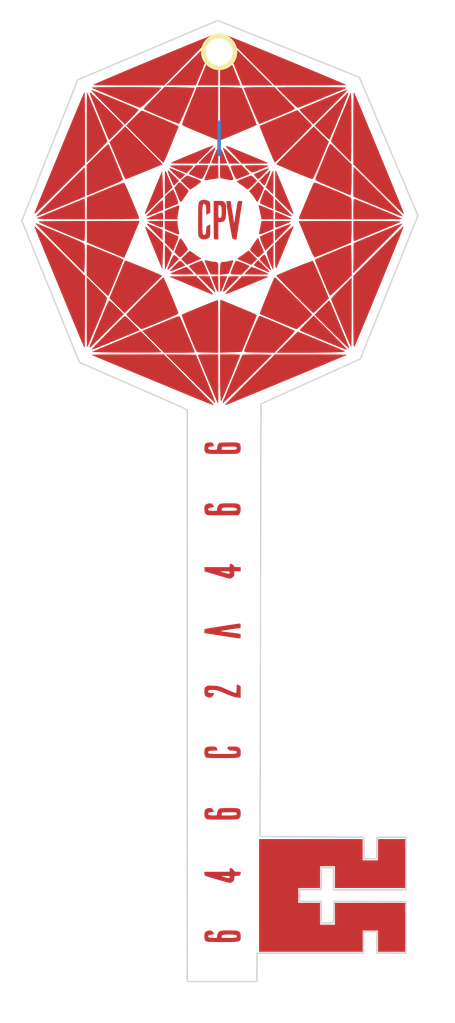
<source format=kicad_pcb>
(kicad_pcb (version 4) (host pcbnew 4.0.5)
  (layers (0 F.Cu signal) (31 B.Cu signal) (34 B.Paste user) (35 F.Paste user) (36 B.SilkS user) (37 F.SilkS user) (38 B.Mask user) (39 F.Mask user) (44 Edge.Cuts user))
  (net 0 "")
  (module lib:key1codeFCu (layer F.Cu) (at 183.13 123.83)
    (fp_text reference G*** hide)
    (fp_text value LOGO hide)
    (fp_poly (pts (xy 1.126864 26.353952) (xy 1.392489 26.360109) (xy 1.576573 26.373671) (xy 1.701839 26.397337) (xy 1.791009 26.433806) (xy 1.864686 26.484108) (xy 1.960698 26.57555) (xy 2.011125 26.684004) (xy 2.029991 26.852053) (xy 2.032 26.992108) (xy 2.031504 27.167393) (xy 2.021318 27.306768) (xy 1.988392 27.414344) (xy 1.919677 27.494235) (xy 1.802121 27.550553) (xy 1.622677 27.587412) (xy 1.368293 27.608923) (xy 1.02592 27.619199) (xy 0.58251 27.622354) (xy 0.03175 27.6225) (xy -0.485901 27.622081) (xy -0.891577 27.620146) (xy -1.200303 27.615676) (xy -1.427102 27.607652) (xy -1.586998 27.595056) (xy -1.695017 27.576869) (xy -1.766182 27.552073) (xy -1.815517 27.519649) (xy -1.8415 27.4955) (xy -1.919661 27.382692) (xy -1.958665 27.22013) (xy -1.9685 26.992108) (xy -1.961425 26.770551) (xy -1.930847 26.633058) (xy -1.862742 26.537045) (xy -1.801187 26.484108) (xy -1.57537 26.376825) (xy -1.387504 26.3525) (xy -1.208907 26.370491) (xy -1.093859 26.447018) (xy -1.015183 26.558875) (xy -0.889233 26.76525) (xy -1.174579 26.799886) (xy -1.422853 26.851262) (xy -1.551011 26.929638) (xy -1.557064 27.033433) (xy -1.526234 27.080058) (xy -1.428552 27.139546) (xy -1.245486 27.170675) (xy -1.016586 27.178) (xy -0.588222 27.178) (xy -0.567841 27.026043) (xy -0.0635 27.026043) (xy -0.0635 27.178) (xy 0.755206 27.178) (xy 1.098144 27.175888) (xy 1.33458 27.167911) (xy 1.484965 27.15161) (xy 1.569751 27.12452) (xy 1.609391 27.084183) (xy 1.613551 27.074701) (xy 1.632932 26.963296) (xy 1.582624 26.884652) (xy 1.44891 26.833952) (xy 1.218073 26.806378) (xy 0.876396 26.797111) (xy 0.822918 26.797) (xy 0.469664 26.799941) (xy 0.224183 26.812066) (xy 0.067322 26.838324) (xy -0.020077 26.883665) (xy -0.057169 26.953038) (xy -0.0635 27.026043) (xy -0.567841 27.026043) (xy -0.552038 26.908224) (xy -0.468015 26.639632) (xy -0.349636 26.495474) (xy -0.277406 26.439884) (xy -0.196435 26.400907) (xy -0.084045 26.375614) (xy 0.082442 26.361075) (xy 0.325706 26.354358) (xy 0.668425 26.352535) (xy 0.756977 26.3525) (xy 1.126864 26.353952)) (layer F.Cu) (width 0.01))
    (fp_poly (pts (xy 0.987651 19.472472) (xy 1.14053 19.570551) (xy 1.264029 19.68573) (xy 1.301528 19.747803) (xy 1.345441 19.823037) (xy 1.437903 19.861722) (xy 1.612535 19.87488) (xy 1.691052 19.8755) (xy 2.040046 19.8755) (xy 2.020148 20.081875) (xy 2.001577 20.202352) (xy 1.95336 20.266) (xy 1.841585 20.294472) (xy 1.666875 20.307443) (xy 1.47261 20.323398) (xy 1.37341 20.354315) (xy 1.33738 20.418372) (xy 1.332632 20.497943) (xy 1.305963 20.752605) (xy 1.217924 20.920937) (xy 1.057936 21.032603) (xy 0.986493 21.062674) (xy 0.910852 21.078997) (xy 0.813586 21.078254) (xy 0.677268 21.057128) (xy 0.48447 21.012301) (xy 0.217767 20.940455) (xy -0.140271 20.838272) (xy -0.476991 20.74038) (xy -0.871524 20.624088) (xy -1.227028 20.516934) (xy -1.5246 20.424808) (xy -1.745336 20.353602) (xy -1.750549 20.35175) (xy -0.15875 20.35175) (xy 0.3175 20.48369) (xy 0.556475 20.548409) (xy 0.699652 20.579107) (xy 0.773438 20.576339) (xy 0.804237 20.540656) (xy 0.814755 20.494112) (xy 0.819133 20.3797) (xy 0.806528 20.343361) (xy 0.733385 20.331569) (xy 0.567332 20.327441) (xy 0.342268 20.331687) (xy 0.309272 20.332938) (xy -0.15875 20.35175) (xy -1.750549 20.35175) (xy -1.870331 20.309204) (xy -1.889125 20.300377) (xy -1.946602 20.204896) (xy -1.9685 20.062252) (xy -1.9685 19.8755) (xy 0.8255 19.8755) (xy 0.8255 19.65325) (xy 0.834278 19.506266) (xy 0.855858 19.432889) (xy 0.860403 19.431) (xy 0.987651 19.472472)) (layer F.Cu) (width 0.01))
    (fp_poly (pts (xy 1.215677 12.829706) (xy 1.531336 12.84336) (xy 1.753082 12.876263) (xy 1.897444 12.936715) (xy 1.980952 13.033016) (xy 2.020134 13.173469) (xy 2.031521 13.366374) (xy 2.031999 13.450931) (xy 2.022268 13.680964) (xy 1.984621 13.828741) (xy 1.90638 13.938087) (xy 1.885032 13.958931) (xy 1.837258 14.000075) (xy 1.781796 14.032113) (xy 1.703294 14.056182) (xy 1.586399 14.07342) (xy 1.415759 14.084967) (xy 1.176021 14.091959) (xy 0.851832 14.095536) (xy 0.42784 14.096835) (xy 0.022851 14.097) (xy -0.487871 14.096784) (xy -0.886841 14.095331) (xy -1.189309 14.091431) (xy -1.410521 14.083875) (xy -1.565728 14.071455) (xy -1.670176 14.052959) (xy -1.739116 14.027181) (xy -1.787795 13.992909) (xy -1.830432 13.950032) (xy -1.918553 13.820647) (xy -1.96016 13.648125) (xy -1.9685 13.453101) (xy -1.934436 13.156855) (xy -1.826653 12.960152) (xy -1.63677 12.853632) (xy -1.407849 12.827) (xy -1.224858 12.840991) (xy -1.111059 12.902769) (xy -1.0152 13.033375) (xy -0.889267 13.23975) (xy -1.169824 13.258897) (xy -1.398609 13.299873) (xy -1.534061 13.378614) (xy -1.563412 13.484363) (xy -1.524 13.55725) (xy -1.424437 13.615251) (xy -1.234052 13.645655) (xy -1.008225 13.6525) (xy -0.071936 13.6525) (xy 0.718256 13.6525) (xy 1.067733 13.649278) (xy 1.310592 13.638133) (xy 1.467088 13.616846) (xy 1.557475 13.583196) (xy 1.5875 13.55725) (xy 1.634305 13.456157) (xy 1.58594 13.36487) (xy 1.52847 13.322882) (xy 1.425157 13.296261) (xy 1.254285 13.282976) (xy 0.994141 13.280998) (xy 0.736789 13.285495) (xy -0.03175 13.30325) (xy -0.071936 13.6525) (xy -1.008225 13.6525) (xy -0.778306 13.649782) (xy -0.647524 13.635287) (xy -0.588037 13.599496) (xy -0.572002 13.532893) (xy -0.5715 13.503225) (xy -0.54096 13.282796) (xy -0.462997 13.072429) (xy -0.358101 12.921173) (xy -0.314996 12.889159) (xy -0.213317 12.867635) (xy -0.009703 12.849342) (xy 0.270797 12.835691) (xy 0.603129 12.828092) (xy 0.789575 12.827) (xy 1.215677 12.829706)) (layer F.Cu) (width 0.01))
    (fp_poly (pts (xy 1.421948 6.037206) (xy 1.615631 6.055287) (xy 1.748434 6.092679) (xy 1.853312 6.155321) (xy 1.864686 6.164108) (xy 1.960698 6.25555) (xy 2.011125 6.364004) (xy 2.029991 6.532053) (xy 2.032 6.672108) (xy 2.031504 6.847393) (xy 2.021318 6.986768) (xy 1.988392 7.094344) (xy 1.919677 7.174235) (xy 1.802121 7.230553) (xy 1.622677 7.267412) (xy 1.368293 7.288923) (xy 1.02592 7.299199) (xy 0.58251 7.302354) (xy 0.03175 7.3025) (xy -0.485901 7.302081) (xy -0.891577 7.300146) (xy -1.200303 7.295676) (xy -1.427102 7.287652) (xy -1.586998 7.275056) (xy -1.695017 7.256869) (xy -1.766182 7.232073) (xy -1.815517 7.199649) (xy -1.8415 7.1755) (xy -1.919661 7.062692) (xy -1.958665 6.90013) (xy -1.9685 6.672108) (xy -1.961425 6.450551) (xy -1.930847 6.313058) (xy -1.862742 6.217045) (xy -1.801187 6.164108) (xy -1.679449 6.090438) (xy -1.52453 6.049681) (xy -1.297858 6.033741) (xy -1.173962 6.0325) (xy -0.905817 6.04023) (xy -0.734623 6.072856) (xy -0.630788 6.144529) (xy -0.564719 6.269402) (xy -0.543243 6.334125) (xy -0.527048 6.406942) (xy -0.550201 6.449555) (xy -0.636968 6.470047) (xy -0.811619 6.476502) (xy -0.972196 6.477) (xy -1.292681 6.494303) (xy -1.494158 6.545785) (xy -1.575387 6.630805) (xy -1.535131 6.748721) (xy -1.524 6.76275) (xy -1.480154 6.793866) (xy -1.396846 6.817606) (xy -1.259006 6.834893) (xy -1.051562 6.846649) (xy -0.759442 6.853798) (xy -0.367575 6.857261) (xy 0.03175 6.858) (xy 0.515119 6.856837) (xy 0.886576 6.852734) (xy 1.161193 6.844769) (xy 1.35404 6.832018) (xy 1.48019 6.813558) (xy 1.554714 6.788467) (xy 1.5875 6.76275) (xy 1.636186 6.643134) (xy 1.568225 6.552191) (xy 1.391782 6.495119) (xy 1.138825 6.477) (xy 0.91671 6.468896) (xy 0.781921 6.436736) (xy 0.695382 6.368749) (xy 0.67035 6.33587) (xy 0.589096 6.202955) (xy 0.576893 6.115338) (xy 0.64777 6.063846) (xy 0.81576 6.039307) (xy 1.094893 6.032551) (xy 1.134436 6.0325) (xy 1.421948 6.037206)) (layer F.Cu) (width 0.01))
    (fp_poly (pts (xy 1.697331 -0.799105) (xy 1.832379 -0.734929) (xy 1.844653 -0.72862) (xy 2.031999 -0.631739) (xy 2.032 0.010676) (xy 2.032 0.653091) (xy 1.648285 0.612985) (xy 1.389067 0.563504) (xy 1.053438 0.459307) (xy 0.628605 0.296125) (xy 0.36241 0.184053) (xy -0.034266 0.017907) (xy -0.343816 -0.099095) (xy -0.592366 -0.175277) (xy -0.806043 -0.218964) (xy -0.9525 -0.234938) (xy -1.261511 -0.23599) (xy -1.466032 -0.188115) (xy -1.560688 -0.093575) (xy -1.552413 0.01755) (xy -1.488869 0.088706) (xy -1.349969 0.121645) (xy -1.20301 0.127) (xy -0.895607 0.127) (xy -0.963596 0.322034) (xy -1.087764 0.503751) (xy -1.283371 0.614502) (xy -1.417009 0.632514) (xy -1.523814 0.606926) (xy -1.679902 0.548307) (xy -1.689122 0.544325) (xy -1.831496 0.463971) (xy -1.916258 0.354769) (xy -1.95729 0.18491) (xy -1.968475 -0.077415) (xy -1.9685 -0.095835) (xy -1.959301 -0.307143) (xy -1.920132 -0.439514) (xy -1.833641 -0.540386) (xy -1.793876 -0.573176) (xy -1.702667 -0.636247) (xy -1.603535 -0.674427) (xy -1.466186 -0.691767) (xy -1.260329 -0.69232) (xy -0.98425 -0.681478) (xy -0.731903 -0.667688) (xy -0.531945 -0.647427) (xy -0.353246 -0.611968) (xy -0.164674 -0.552584) (xy 0.064901 -0.460548) (xy 0.366611 -0.327134) (xy 0.508 -0.26316) (xy 0.818631 -0.125534) (xy 1.094733 -0.009223) (xy 1.31275 0.076299) (xy 1.449126 0.121559) (xy 1.476375 0.126283) (xy 1.533691 0.110567) (xy 1.567353 0.045546) (xy 1.583306 -0.094214) (xy 1.587492 -0.334147) (xy 1.5875 -0.34925) (xy 1.591774 -0.576909) (xy 1.603079 -0.745313) (xy 1.619142 -0.823424) (xy 1.622403 -0.8255) (xy 1.697331 -0.799105)) (layer F.Cu) (width 0.01))
    (fp_poly (pts (xy 2.007049 -7.500175) (xy 2.030296 -7.359464) (xy 2.032 -7.3025) (xy 2.018928 -7.131558) (xy 1.971177 -7.055911) (xy 1.920875 -7.043879) (xy 1.760985 -7.030781) (xy 1.528048 -7.003524) (xy 1.245409 -6.965748) (xy 0.936413 -6.92109) (xy 0.624404 -6.873189) (xy 0.332726 -6.825681) (xy 0.084724 -6.782207) (xy -0.096257 -6.746403) (xy -0.186873 -6.721907) (xy -0.1905 -6.714835) (xy -0.094669 -6.694209) (xy 0.1009 -6.662932) (xy 0.369775 -6.624893) (xy 0.685531 -6.583985) (xy 0.762 -6.574581) (xy 1.192526 -6.522446) (xy 1.513268 -6.481972) (xy 1.7403 -6.447815) (xy 1.889692 -6.414633) (xy 1.977519 -6.377084) (xy 2.019853 -6.329824) (xy 2.032767 -6.267511) (xy 2.032333 -6.184802) (xy 2.032 -6.152434) (xy 2.019724 -5.987886) (xy 1.973827 -5.919338) (xy 1.920875 -5.912243) (xy 1.831932 -5.923333) (xy 1.634028 -5.951452) (xy 1.343696 -5.994137) (xy 0.977471 -6.048926) (xy 0.551887 -6.113358) (xy 0.083479 -6.184973) (xy -0.079375 -6.210024) (xy -1.9685 -6.501063) (xy -1.9685 -6.707534) (xy -1.955014 -6.858249) (xy -1.922312 -6.942298) (xy -1.919896 -6.944044) (xy -1.849633 -6.959636) (xy -1.672575 -6.991324) (xy -1.407491 -7.036148) (xy -1.07315 -7.091151) (xy -0.68832 -7.153374) (xy -0.271769 -7.219859) (xy 0.157735 -7.287646) (xy 0.581424 -7.353776) (xy 0.980528 -7.415293) (xy 1.33628 -7.469236) (xy 1.629912 -7.512646) (xy 1.842654 -7.542567) (xy 1.95574 -7.556038) (xy 1.965257 -7.5565) (xy 2.007049 -7.500175)) (layer F.Cu) (width 0.01))
    (fp_poly (pts (xy 1.039463 -14.12075) (xy 1.191655 -14.026286) (xy 1.28514 -13.914288) (xy 1.290423 -13.89876) (xy 1.330555 -13.828719) (xy 1.424882 -13.792387) (xy 1.605026 -13.780005) (xy 1.676805 -13.7795) (xy 2.032 -13.7795) (xy 2.032 -13.335) (xy 1.3335 -13.335) (xy 1.3335 -13.117944) (xy 1.322259 -12.937283) (xy 1.295108 -12.800919) (xy 1.294054 -12.798095) (xy 1.206026 -12.693932) (xy 1.052052 -12.591629) (xy 0.889181 -12.524703) (xy 0.812778 -12.515328) (xy 0.729864 -12.534375) (xy 0.544117 -12.584407) (xy 0.274406 -12.660102) (xy -0.060402 -12.756137) (xy -0.441441 -12.867188) (xy -0.60325 -12.91482) (xy -1.93675 -13.308486) (xy -1.938182 -13.325603) (xy -0.28575 -13.325603) (xy 0.1905 -13.17821) (xy 0.473223 -13.092432) (xy 0.656499 -13.04527) (xy 0.761846 -13.036657) (xy 0.810783 -13.066527) (xy 0.824829 -13.134815) (xy 0.8255 -13.17625) (xy 0.820901 -13.252204) (xy 0.790581 -13.298738) (xy 0.709757 -13.322723) (xy 0.553646 -13.331031) (xy 0.297462 -13.330533) (xy 0.269875 -13.330302) (xy -0.28575 -13.325603) (xy -1.938182 -13.325603) (xy -1.956459 -13.543993) (xy -1.976166 -13.7795) (xy 0.8255 -13.7795) (xy 0.8255 -13.97) (xy 0.843031 -14.10377) (xy 0.885271 -14.160486) (xy 0.886012 -14.1605) (xy 1.039463 -14.12075)) (layer F.Cu) (width 0.01))
    (fp_poly (pts (xy 1.126864 -20.826548) (xy 1.392489 -20.820391) (xy 1.576573 -20.806829) (xy 1.701839 -20.783163) (xy 1.791009 -20.746694) (xy 1.864686 -20.696392) (xy 1.961566 -20.60372) (xy 2.011957 -20.493412) (xy 2.030314 -20.322183) (xy 2.031999 -20.195426) (xy 2.014686 -19.927595) (xy 1.956999 -19.745833) (xy 1.910697 -19.67616) (xy 1.789394 -19.52625) (xy 0.116822 -19.512872) (xy -0.338194 -19.511397) (xy -0.756747 -19.514144) (xy -1.120397 -19.520666) (xy -1.410699 -19.530514) (xy -1.609212 -19.54324) (xy -1.694474 -19.556915) (xy -1.842854 -19.66205) (xy -1.930764 -19.840771) (xy -1.96663 -20.113342) (xy -1.9685 -20.215967) (xy -1.959732 -20.430547) (xy -1.922861 -20.564229) (xy -1.842037 -20.662521) (xy -1.801187 -20.696392) (xy -1.57537 -20.803675) (xy -1.387504 -20.828) (xy -1.208907 -20.810009) (xy -1.093859 -20.733482) (xy -1.015183 -20.621625) (xy -0.889233 -20.41525) (xy -1.174579 -20.380614) (xy -1.417059 -20.330993) (xy -1.542923 -20.251874) (xy -1.560344 -20.137346) (xy -1.551038 -20.108369) (xy -1.504479 -20.051383) (xy -1.401368 -20.018637) (xy -1.214824 -20.004457) (xy -1.049318 -20.0025) (xy -0.588222 -20.0025) (xy -0.567841 -20.154457) (xy -0.0635 -20.154457) (xy -0.0635 -20.0025) (xy 0.763992 -20.0025) (xy 1.108483 -20.004528) (xy 1.34646 -20.012251) (xy 1.498367 -20.028131) (xy 1.58465 -20.054629) (xy 1.625754 -20.094206) (xy 1.63156 -20.106933) (xy 1.637175 -20.218883) (xy 1.549569 -20.299561) (xy 1.360034 -20.351818) (xy 1.059863 -20.378505) (xy 0.786806 -20.3835) (xy 0.441669 -20.380257) (xy 0.203958 -20.367027) (xy 0.054186 -20.338563) (xy -0.027133 -20.289614) (xy -0.059486 -20.214933) (xy -0.0635 -20.154457) (xy -0.567841 -20.154457) (xy -0.552038 -20.272276) (xy -0.468015 -20.540868) (xy -0.349636 -20.685026) (xy -0.277406 -20.740616) (xy -0.196435 -20.779593) (xy -0.084045 -20.804886) (xy 0.082442 -20.819425) (xy 0.325706 -20.826142) (xy 0.668425 -20.827965) (xy 0.756977 -20.828) (xy 1.126864 -20.826548)) (layer F.Cu) (width 0.01))
    (fp_poly (pts (xy 1.215643 -27.556336) (xy 1.53127 -27.542751) (xy 1.752991 -27.509856) (xy 1.897339 -27.449261) (xy 1.98085 -27.352578) (xy 2.020057 -27.211416) (xy 2.031495 -27.017387) (xy 2.031999 -26.928609) (xy 2.024924 -26.707052) (xy 1.994346 -26.569559) (xy 1.926241 -26.473546) (xy 1.864686 -26.420609) (xy 1.808429 -26.380789) (xy 1.742704 -26.349919) (xy 1.651692 -26.326864) (xy 1.519579 -26.310488) (xy 1.330547 -26.299655) (xy 1.06878 -26.293231) (xy 0.718462 -26.290079) (xy 0.263775 -26.289063) (xy 0.031749 -26.289) (xy -0.47278 -26.289446) (xy -0.866126 -26.291538) (xy -1.164107 -26.296413) (xy -1.382538 -26.305207) (xy -1.537236 -26.319055) (xy -1.644017 -26.339094) (xy -1.718698 -26.366457) (xy -1.777095 -26.402282) (xy -1.801187 -26.420609) (xy -1.897199 -26.512051) (xy -1.947626 -26.620505) (xy -1.966492 -26.788554) (xy -1.9685 -26.928609) (xy -1.945236 -27.22187) (xy -1.864695 -27.412672) (xy -1.710752 -27.518708) (xy -1.467286 -27.557666) (xy -1.393935 -27.559) (xy -1.200512 -27.552613) (xy -1.091629 -27.519163) (xy -1.024949 -27.437222) (xy -0.986217 -27.352625) (xy -0.899064 -27.14625) (xy -1.174723 -27.127103) (xy -1.401297 -27.085721) (xy -1.535049 -27.006325) (xy -1.562929 -26.900061) (xy -1.524 -26.82875) (xy -1.424437 -26.770749) (xy -1.234052 -26.740345) (xy -1.008225 -26.7335) (xy -0.071936 -26.7335) (xy 0.718256 -26.7335) (xy 1.067733 -26.736722) (xy 1.310592 -26.747867) (xy 1.467088 -26.769154) (xy 1.557475 -26.802804) (xy 1.5875 -26.82875) (xy 1.634305 -26.929843) (xy 1.58594 -27.02113) (xy 1.52847 -27.063118) (xy 1.425157 -27.089739) (xy 1.254285 -27.103024) (xy 0.994141 -27.105002) (xy 0.736789 -27.100505) (xy -0.03175 -27.08275) (xy -0.071936 -26.7335) (xy -1.008225 -26.7335) (xy -0.778306 -26.736218) (xy -0.647524 -26.750713) (xy -0.588037 -26.786504) (xy -0.572002 -26.853107) (xy -0.5715 -26.882775) (xy -0.54096 -27.103204) (xy -0.462997 -27.313571) (xy -0.358101 -27.464827) (xy -0.314996 -27.496841) (xy -0.213317 -27.518365) (xy -0.009703 -27.536658) (xy 0.270797 -27.550309) (xy 0.603129 -27.557908) (xy 0.789575 -27.559) (xy 1.215643 -27.556336)) (layer F.Cu) (width 0.01))
  )
  (module lib:key1codeFMask (layer F.Cu) (at 183.13 123.82)
    (fp_text reference G*** hide)
    (fp_text value LOGO hide)
  )
  (module lib:Key1headFCu (layer F.Cu) (at 182.76 71.69)
    (fp_text reference G*** hide)
    (fp_text value LOGO hide)
    (fp_poly (pts (xy -3.554333 17.383125) (xy -2.958115 17.982996) (xy -2.445561 18.49916) (xy -2.010703 18.937883) (xy -1.647572 19.305432) (xy -1.350201 19.608072) (xy -1.112623 19.852069) (xy -0.928868 20.043691) (xy -0.79297 20.189203) (xy -0.69896 20.294872) (xy -0.640871 20.366963) (xy -0.612735 20.411744) (xy -0.608584 20.43548) (xy -0.62245 20.444438) (xy -0.637988 20.44531) (xy -0.715367 20.421431) (xy -0.896866 20.354044) (xy -1.169327 20.248371) (xy -1.51959 20.109636) (xy -1.934497 19.943062) (xy -2.400889 19.753872) (xy -2.905609 19.547288) (xy -3.048 19.48869) (xy -3.941303 19.120429) (xy -4.842602 18.748465) (xy -5.744031 18.376068) (xy -6.637721 18.006508) (xy -7.515804 17.643055) (xy -8.370411 17.28898) (xy -9.193675 16.947553) (xy -9.977727 16.622044) (xy -10.7147 16.315723) (xy -11.396724 16.031862) (xy -12.015933 15.773729) (xy -12.564457 15.544595) (xy -13.034428 15.347731) (xy -13.417979 15.186407) (xy -13.707241 15.063893) (xy -13.894345 14.983459) (xy -13.97 14.949166) (xy -13.986987 14.931726) (xy -13.962628 14.91674) (xy -13.88878 14.904024) (xy -13.7573 14.893394) (xy -13.560044 14.884665) (xy -13.288869 14.877653) (xy -12.935631 14.872174) (xy -12.492187 14.868044) (xy -11.950393 14.865079) (xy -11.302106 14.863094) (xy -10.539182 14.861905) (xy -10.096203 14.861542) (xy -6.063655 14.859) (xy -3.554333 17.383125)) (layer F.Cu) (width 0.01))
    (fp_poly (pts (xy 10.885177 14.859824) (xy 11.542227 14.862201) (xy 12.148241 14.865988) (xy 12.69272 14.871042) (xy 13.165165 14.877222) (xy 13.555077 14.884382) (xy 13.851956 14.892382) (xy 14.045303 14.901078) (xy 14.12462 14.910327) (xy 14.125574 14.912567) (xy 14.06121 14.942507) (xy 13.888496 15.017093) (xy 13.616497 15.132567) (xy 13.254278 15.285171) (xy 12.810905 15.47115) (xy 12.295441 15.686745) (xy 11.716953 15.928199) (xy 11.084505 16.191754) (xy 10.407162 16.473655) (xy 9.693988 16.770143) (xy 8.95405 17.077461) (xy 8.196411 17.391852) (xy 7.430137 17.709559) (xy 6.664293 18.026824) (xy 5.907944 18.33989) (xy 5.170154 18.645) (xy 4.459988 18.938397) (xy 3.786512 19.216324) (xy 3.158791 19.475022) (xy 2.585889 19.710736) (xy 2.076871 19.919707) (xy 1.640802 20.098179) (xy 1.286748 20.242394) (xy 1.023772 20.348595) (xy 0.860941 20.413024) (xy 0.809625 20.431775) (xy 0.717129 20.432913) (xy 0.6985 20.408481) (xy 0.742191 20.355272) (xy 0.868129 20.220275) (xy 1.068604 20.011354) (xy 1.335911 19.736375) (xy 1.662342 19.4032) (xy 2.04019 19.019696) (xy 2.461748 18.593725) (xy 2.919309 18.133153) (xy 3.405165 17.645843) (xy 3.44389 17.607075) (xy 6.189281 14.859) (xy 10.18759 14.859) (xy 10.885177 14.859824)) (layer F.Cu) (width 0.01))
    (fp_poly (pts (xy -4.201164 14.874361) (xy -2.528577 14.89075) (xy -1.926413 16.35125) (xy -1.594141 17.158483) (xy -1.308646 17.855126) (xy -1.067389 18.447623) (xy -0.867833 18.942418) (xy -0.707441 19.345955) (xy -0.583675 19.664679) (xy -0.493998 19.905034) (xy -0.435871 20.073464) (xy -0.406757 20.176413) (xy -0.403425 20.218861) (xy -0.451714 20.187743) (xy -0.581778 20.074085) (xy -0.785826 19.885384) (xy -1.05607 19.629139) (xy -1.38472 19.312851) (xy -1.763985 18.944017) (xy -2.186076 18.530136) (xy -2.643204 18.078708) (xy -3.127579 17.597231) (xy -3.151763 17.573111) (xy -5.87375 14.857973) (xy -4.201164 14.874361)) (layer F.Cu) (width 0.01))
    (fp_poly (pts (xy -0.0635 17.55775) (xy -0.06399 18.12934) (xy -0.065391 18.659667) (xy -0.067597 19.135692) (xy -0.070505 19.544372) (xy -0.074011 19.872668) (xy -0.078011 20.107539) (xy -0.0824 20.235944) (xy -0.085058 20.2565) (xy -0.123618 20.205751) (xy -0.186378 20.083539) (xy -0.187147 20.081875) (xy -0.222469 19.999711) (xy -0.300268 19.815262) (xy -0.414293 19.543525) (xy -0.558294 19.199494) (xy -0.726021 18.798166) (xy -0.911224 18.354536) (xy -1.107654 17.883601) (xy -1.309059 17.400356) (xy -1.50919 16.919797) (xy -1.701797 16.45692) (xy -1.88063 16.02672) (xy -2.039439 15.644194) (xy -2.171973 15.324338) (xy -2.271983 15.082146) (xy -2.330885 14.938375) (xy -2.315472 14.909036) (xy -2.233193 14.887422) (xy -2.070779 14.87259) (xy -1.814962 14.863599) (xy -1.452473 14.859506) (xy -1.213294 14.859) (xy -0.0635 14.859) (xy -0.0635 17.55775)) (layer F.Cu) (width 0.01))
    (fp_poly (pts (xy 4.683078 14.861156) (xy 5.083023 14.86726) (xy 5.413939 14.876767) (xy 5.660389 14.889129) (xy 5.806936 14.9038) (xy 5.842 14.916069) (xy 5.79813 14.968699) (xy 5.672943 15.10047) (xy 5.476071 15.301883) (xy 5.217145 15.563439) (xy 4.905796 15.875639) (xy 4.551658 16.228984) (xy 4.164361 16.613973) (xy 3.753537 17.021109) (xy 3.328818 17.44089) (xy 2.899837 17.863819) (xy 2.476224 18.280395) (xy 2.067611 18.681119) (xy 1.683631 19.056493) (xy 1.333914 19.397016) (xy 1.028094 19.69319) (xy 0.775801 19.935514) (xy 0.586668 20.114491) (xy 0.470326 20.220619) (xy 0.43721 20.246533) (xy 0.422646 20.207718) (xy 0.45242 20.084534) (xy 0.485458 19.992533) (xy 0.533518 19.87367) (xy 0.62456 19.652022) (xy 0.752617 19.341991) (xy 0.911718 18.95798) (xy 1.095897 18.514389) (xy 1.299182 18.025622) (xy 1.515607 17.50608) (xy 1.573496 17.36725) (xy 1.788524 16.851594) (xy 1.988811 16.371149) (xy 2.168961 15.938869) (xy 2.323578 15.567711) (xy 2.447263 15.270631) (xy 2.534621 15.060584) (xy 2.580254 14.950527) (xy 2.585231 14.938375) (xy 2.626245 14.912612) (xy 2.733753 14.892606) (xy 2.919152 14.877805) (xy 3.193842 14.86766) (xy 3.569224 14.86162) (xy 4.056694 14.859134) (xy 4.229543 14.859) (xy 4.683078 14.861156)) (layer F.Cu) (width 0.01))
    (fp_poly (pts (xy 1.654254 14.862447) (xy 1.983137 14.872364) (xy 2.213517 14.888115) (xy 2.334014 14.90906) (xy 2.3495 14.921223) (xy 2.325893 15.000612) (xy 2.259183 15.182027) (xy 2.155539 15.450443) (xy 2.021127 15.790831) (xy 1.862114 16.188166) (xy 1.684668 16.62742) (xy 1.494957 17.093567) (xy 1.299148 17.57158) (xy 1.103407 18.046432) (xy 0.913903 18.503096) (xy 0.736802 18.926547) (xy 0.578272 19.301756) (xy 0.444481 19.613697) (xy 0.341595 19.847344) (xy 0.275783 19.987669) (xy 0.256375 20.021135) (xy 0.236257 19.981178) (xy 0.213832 19.836129) (xy 0.191605 19.607807) (xy 0.172078 19.318029) (xy 0.168946 19.259135) (xy 0.157699 18.971302) (xy 0.147591 18.583716) (xy 0.13906 18.123623) (xy 0.13254 17.618269) (xy 0.128468 17.094899) (xy 0.127257 16.652875) (xy 0.127 14.859) (xy 1.23825 14.859) (xy 1.654254 14.862447)) (layer F.Cu) (width 0.01))
    (fp_poly (pts (xy -7.478602 13.444631) (xy -7.170114 13.754608) (xy -6.893775 14.035817) (xy -6.661672 14.275671) (xy -6.485893 14.461577) (xy -6.378523 14.580947) (xy -6.35 14.620213) (xy -6.411191 14.62919) (xy -6.585537 14.636812) (xy -6.859203 14.643101) (xy -7.218353 14.648081) (xy -7.64915 14.651776) (xy -8.137758 14.65421) (xy -8.67034 14.655406) (xy -9.23306 14.655387) (xy -9.812082 14.654179) (xy -10.39357 14.651803) (xy -10.963687 14.648284) (xy -11.508597 14.643646) (xy -12.014463 14.637912) (xy -12.467449 14.631106) (xy -12.85372 14.623251) (xy -13.159437 14.614371) (xy -13.30325 14.608322) (xy -14.00175 14.57325) (xy -13.6525 14.421052) (xy -13.516631 14.363024) (xy -13.27845 14.2626) (xy -12.952952 14.126049) (xy -12.555131 13.959642) (xy -12.099981 13.769649) (xy -11.602495 13.562341) (xy -11.077668 13.343986) (xy -10.955227 13.293095) (xy -8.607204 12.317335) (xy -7.478602 13.444631)) (layer F.Cu) (width 0.01))
    (fp_poly (pts (xy -4.344761 10.672562) (xy -4.330226 10.68652) (xy -4.287176 10.766894) (xy -4.203699 10.946416) (xy -4.086997 11.208031) (xy -3.944272 11.534683) (xy -3.782727 11.909315) (xy -3.609565 12.314873) (xy -3.431986 12.734299) (xy -3.257195 13.15054) (xy -3.092392 13.546538) (xy -2.944781 13.905237) (xy -2.821564 14.209583) (xy -2.729942 14.442519) (xy -2.67712 14.586989) (xy -2.667 14.625196) (xy -2.727761 14.636654) (xy -2.899085 14.646974) (xy -3.164539 14.655738) (xy -3.50769 14.662526) (xy -3.912103 14.666919) (xy -4.361344 14.668499) (xy -4.366252 14.6685) (xy -6.065504 14.6685) (xy -7.26566 13.467096) (xy -8.465815 12.265692) (xy -8.217533 12.160513) (xy -7.938381 12.043223) (xy -7.589241 11.898012) (xy -7.191129 11.733476) (xy -6.76506 11.558209) (xy -6.332051 11.380805) (xy -5.913116 11.209858) (xy -5.529272 11.053964) (xy -5.201533 10.921717) (xy -4.950917 10.821712) (xy -4.807386 10.765894) (xy -4.571064 10.684243) (xy -4.424842 10.654461) (xy -4.344761 10.672562)) (layer F.Cu) (width 0.01))
    (fp_poly (pts (xy -0.108291 8.93164) (xy -0.097078 9.116401) (xy -0.087099 9.404927) (xy -0.07858 9.785604) (xy -0.071748 10.246814) (xy -0.066829 10.776942) (xy -0.064051 11.364371) (xy -0.0635 11.782997) (xy -0.0635 14.6685) (xy -1.031875 14.657825) (xy -1.389851 14.652453) (xy -1.720651 14.644883) (xy -1.995055 14.635973) (xy -2.183839 14.626577) (xy -2.230227 14.622728) (xy -2.328781 14.608526) (xy -2.404234 14.576883) (xy -2.471253 14.507609) (xy -2.544505 14.380511) (xy -2.638657 14.175399) (xy -2.758373 13.895656) (xy -3.008818 13.300444) (xy -3.243682 12.732549) (xy -3.458575 12.203296) (xy -3.649107 11.72401) (xy -3.810886 11.306016) (xy -3.939521 10.960639) (xy -4.030622 10.699205) (xy -4.079798 10.533038) (xy -4.084776 10.474479) (xy -4.007671 10.431571) (xy -3.831769 10.35028) (xy -3.573842 10.237426) (xy -3.250664 10.09983) (xy -2.879007 9.944313) (xy -2.475642 9.777696) (xy -2.057342 9.6068) (xy -1.64088 9.438447) (xy -1.243027 9.279458) (xy -0.880556 9.136653) (xy -0.57024 9.016854) (xy -0.32885 8.926882) (xy -0.173158 8.873558) (xy -0.120511 8.86226) (xy -0.108291 8.93164)) (layer F.Cu) (width 0.01))
    (fp_poly (pts (xy 0.257518 8.850002) (xy 0.429031 8.915716) (xy 0.682672 9.01645) (xy 1.001004 9.145016) (xy 1.366591 9.294222) (xy 1.761999 9.456878) (xy 2.169791 9.625794) (xy 2.572533 9.79378) (xy 2.952788 9.953644) (xy 3.293121 10.098198) (xy 3.576096 10.220251) (xy 3.732009 10.289028) (xy 3.963249 10.396972) (xy 4.097238 10.475291) (xy 4.154874 10.540934) (xy 4.157057 10.61085) (xy 4.151858 10.629495) (xy 4.117552 10.721248) (xy 4.043137 10.909049) (xy 3.935499 11.176181) (xy 3.801525 11.505925) (xy 3.6481 11.881562) (xy 3.482112 12.286375) (xy 3.310448 12.703645) (xy 3.139993 13.116653) (xy 2.977633 13.508681) (xy 2.830257 13.863011) (xy 2.704749 14.162924) (xy 2.607997 14.391701) (xy 2.546887 14.532625) (xy 2.528392 14.570805) (xy 2.461646 14.577959) (xy 2.288018 14.587866) (xy 2.027575 14.59962) (xy 1.700383 14.612318) (xy 1.326507 14.625057) (xy 1.317625 14.62534) (xy 0.127 14.663203) (xy 0.127 11.744851) (xy 0.128244 11.077376) (xy 0.131858 10.479185) (xy 0.137662 9.959207) (xy 0.145477 9.52637) (xy 0.155124 9.189602) (xy 0.166423 8.957834) (xy 0.179196 8.839992) (xy 0.185566 8.8265) (xy 0.257518 8.850002)) (layer F.Cu) (width 0.01))
    (fp_poly (pts (xy 4.563367 10.628637) (xy 4.752064 10.696254) (xy 5.019578 10.800155) (xy 5.349131 10.933144) (xy 5.723943 11.088028) (xy 6.127237 11.25761) (xy 6.542235 11.434696) (xy 6.952158 11.612091) (xy 7.340228 11.7826) (xy 7.689667 11.939027) (xy 7.983697 12.074178) (xy 8.20554 12.180858) (xy 8.338417 12.251871) (xy 8.36954 12.276633) (xy 8.332105 12.345725) (xy 8.21669 12.491491) (xy 8.035027 12.700718) (xy 7.79885 12.960187) (xy 7.51989 13.256683) (xy 7.266582 13.519056) (xy 6.144334 14.6685) (xy 4.770792 14.657054) (xy 4.344954 14.652522) (xy 3.943498 14.646432) (xy 3.590452 14.639287) (xy 3.309848 14.631594) (xy 3.125716 14.623858) (xy 3.095625 14.621824) (xy 2.891996 14.589085) (xy 2.798695 14.533905) (xy 2.794 14.515412) (xy 2.818058 14.413552) (xy 2.885467 14.217749) (xy 2.989082 13.944676) (xy 3.121755 13.611009) (xy 3.27634 13.233421) (xy 3.44569 12.828585) (xy 3.622659 12.413177) (xy 3.800099 12.003869) (xy 3.970865 11.617335) (xy 4.127809 11.27025) (xy 4.263786 10.979287) (xy 4.371647 10.76112) (xy 4.444248 10.632424) (xy 4.470264 10.6045) (xy 4.563367 10.628637)) (layer F.Cu) (width 0.01))
    (fp_poly (pts (xy 8.823315 12.375476) (xy 8.992752 12.44714) (xy 9.254843 12.557169) (xy 9.597261 12.70041) (xy 10.007681 12.87171) (xy 10.473777 13.065919) (xy 10.983225 13.277882) (xy 11.26873 13.396547) (xy 11.801783 13.618404) (xy 12.302627 13.827594) (xy 12.75815 14.018584) (xy 13.155241 14.185845) (xy 13.480788 14.323847) (xy 13.72168 14.427059) (xy 13.864804 14.489951) (xy 13.895372 14.504426) (xy 13.900064 14.537553) (xy 13.780301 14.56692) (xy 13.535786 14.592535) (xy 13.166221 14.61441) (xy 12.67131 14.632554) (xy 12.050754 14.646978) (xy 11.304257 14.657691) (xy 10.431521 14.664702) (xy 9.43225 14.668024) (xy 9.017643 14.66832) (xy 6.383037 14.6685) (xy 7.553 13.497253) (xy 7.867986 13.184024) (xy 8.153605 12.904017) (xy 8.397702 12.66882) (xy 8.588126 12.490024) (xy 8.712723 12.379216) (xy 8.758856 12.34733) (xy 8.823315 12.375476)) (layer F.Cu) (width 0.01))
    (fp_poly (pts (xy 12.327332 12.422853) (xy 12.724887 12.822496) (xy 13.091997 13.195569) (xy 13.41938 13.532338) (xy 13.697755 13.823069) (xy 13.917839 14.058029) (xy 14.070352 14.227484) (xy 14.146011 14.321701) (xy 14.152528 14.336912) (xy 14.090921 14.327177) (xy 13.924835 14.272378) (xy 13.666594 14.177312) (xy 13.328523 14.046774) (xy 12.922946 13.88556) (xy 12.462187 13.698466) (xy 11.958571 13.490287) (xy 11.71575 13.388698) (xy 11.188856 13.167608) (xy 10.693202 12.959954) (xy 10.2422 12.771329) (xy 9.849258 12.607328) (xy 9.527789 12.473546) (xy 9.291203 12.375576) (xy 9.15291 12.319013) (xy 9.128125 12.309238) (xy 9.003099 12.239354) (xy 8.9535 12.16892) (xy 8.996472 12.101572) (xy 9.115485 11.96179) (xy 9.295683 11.765838) (xy 9.52221 11.529976) (xy 9.715929 11.334322) (xy 10.478358 10.573879) (xy 12.327332 12.422853)) (layer F.Cu) (width 0.01))
    (fp_poly (pts (xy -10.324563 10.647499) (xy -10.184527 10.766765) (xy -9.987665 10.9477) (xy -9.749929 11.175705) (xy -9.529991 11.393247) (xy -8.743136 12.181995) (xy -8.991193 12.28679) (xy -9.268032 12.403077) (xy -9.620309 12.550018) (xy -10.031195 12.720686) (xy -10.483862 12.908151) (xy -10.961478 13.105485) (xy -11.447216 13.30576) (xy -11.924247 13.502045) (xy -12.37574 13.687414) (xy -12.784867 13.854937) (xy -13.134798 13.997685) (xy -13.408704 14.108729) (xy -13.589756 14.181142) (xy -13.636625 14.199344) (xy -13.835469 14.268105) (xy -13.977859 14.304609) (xy -14.033481 14.301117) (xy -14.0335 14.300635) (xy -13.990363 14.241922) (xy -13.868666 14.105549) (xy -13.679987 13.903266) (xy -13.435902 13.646822) (xy -13.147985 13.347967) (xy -12.827815 13.018449) (xy -12.486965 12.670017) (xy -12.137013 12.31442) (xy -11.789533 11.963408) (xy -11.456103 11.62873) (xy -11.148298 11.322134) (xy -10.877694 11.055369) (xy -10.655867 10.840186) (xy -10.494393 10.688332) (xy -10.404848 10.611556) (xy -10.391823 10.6045) (xy -10.324563 10.647499)) (layer F.Cu) (width 0.01))
    (fp_poly (pts (xy 12.211588 8.934341) (xy 12.242834 8.967948) (xy 12.284801 9.036798) (xy 12.341863 9.150364) (xy 12.418396 9.318122) (xy 12.518774 9.549544) (xy 12.647372 9.854106) (xy 12.808566 10.241281) (xy 13.00673 10.720544) (xy 13.24624 11.301369) (xy 13.43014 11.7475) (xy 13.675361 12.342521) (xy 13.876108 12.830721) (xy 14.036382 13.222663) (xy 14.160186 13.52891) (xy 14.251522 13.760026) (xy 14.314392 13.926572) (xy 14.352798 14.039114) (xy 14.370742 14.108213) (xy 14.372225 14.144432) (xy 14.36125 14.158336) (xy 14.34434 14.1605) (xy 14.285939 14.117138) (xy 14.147609 13.993321) (xy 13.939168 13.798452) (xy 13.670433 13.541933) (xy 13.351223 13.233167) (xy 12.991355 12.881557) (xy 12.600648 12.496504) (xy 12.424391 12.321784) (xy 10.57275 10.483068) (xy 11.303 9.745813) (xy 11.556246 9.492972) (xy 11.784749 9.27011) (xy 11.970929 9.093967) (xy 12.097209 8.981284) (xy 12.138422 8.95023) (xy 12.163757 8.934956) (xy 12.186687 8.926501) (xy 12.211588 8.934341)) (layer F.Cu) (width 0.01))
    (fp_poly (pts (xy -20.29996 0.744538) (xy -20.168383 0.864476) (xy -19.962778 1.059317) (xy -19.690909 1.32149) (xy -19.360543 1.643424) (xy -18.979445 2.01755) (xy -18.55538 2.436295) (xy -18.096114 2.892089) (xy -17.609413 3.377361) (xy -17.555241 3.431508) (xy -14.7955 6.190702) (xy -14.7955 10.143851) (xy -14.796244 10.839434) (xy -14.798387 11.496014) (xy -14.801801 12.102815) (xy -14.806356 12.649066) (xy -14.811921 13.123991) (xy -14.818367 13.516817) (xy -14.825565 13.81677) (xy -14.833383 14.013077) (xy -14.841694 14.094964) (xy -14.843125 14.096731) (xy -14.87948 14.040468) (xy -14.956514 13.882436) (xy -15.06713 13.638536) (xy -15.204235 13.32467) (xy -15.360732 12.956741) (xy -15.487709 12.652106) (xy -16.064343 11.256825) (xy -16.594322 9.974173) (xy -17.079567 8.799435) (xy -17.521997 7.727896) (xy -17.923531 6.75484) (xy -18.286088 5.875552) (xy -18.611587 5.085317) (xy -18.901948 4.37942) (xy -19.15909 3.753145) (xy -19.384933 3.201777) (xy -19.581394 2.720602) (xy -19.750395 2.304903) (xy -19.893853 1.949966) (xy -20.013688 1.651076) (xy -20.11182 1.403517) (xy -20.190168 1.202574) (xy -20.25065 1.043531) (xy -20.295187 0.921675) (xy -20.325697 0.832289) (xy -20.3441 0.770657) (xy -20.352315 0.732066) (xy -20.352261 0.7118) (xy -20.349742 0.707074) (xy -20.29996 0.744538)) (layer F.Cu) (width 0.01))
    (fp_poly (pts (xy -13.521413 7.39845) (xy -13.214827 7.705679) (xy -12.936735 7.988151) (xy -12.700461 8.232024) (xy -12.519329 8.423455) (xy -12.406665 8.548604) (xy -12.376444 8.58788) (xy -12.366569 8.658628) (xy -12.390312 8.788074) (xy -12.451784 8.988888) (xy -12.555096 9.273741) (xy -12.70436 9.655303) (xy -12.798858 9.88963) (xy -13.083225 10.587797) (xy -13.353906 11.248578) (xy -13.606948 11.862548) (xy -13.838397 12.420282) (xy -14.044299 12.912354) (xy -14.220699 13.329339) (xy -14.363643 13.66181) (xy -14.469176 13.900343) (xy -14.533346 14.035512) (xy -14.549283 14.062075) (xy -14.559758 14.011799) (xy -14.56947 13.84363) (xy -14.578286 13.566671) (xy -14.586075 13.190028) (xy -14.592705 12.722803) (xy -14.598043 12.174103) (xy -14.601957 11.553031) (xy -14.604316 10.868691) (xy -14.605 10.221025) (xy -14.605001 6.319651) (xy -13.521413 7.39845)) (layer F.Cu) (width 0.01))
    (fp_poly (pts (xy -12.033691 8.932931) (xy -11.895902 9.051837) (xy -11.701552 9.23188) (xy -11.466752 9.458225) (xy -11.27096 9.652291) (xy -10.510654 10.414582) (xy -12.351042 12.255791) (xy -12.749373 12.653165) (xy -13.120371 13.021089) (xy -13.454362 13.350131) (xy -13.741674 13.630859) (xy -13.972632 13.853842) (xy -14.137563 14.009649) (xy -14.226793 14.088847) (xy -14.239465 14.097) (xy -14.286839 14.049098) (xy -14.2875 14.039604) (xy -14.263848 13.966425) (xy -14.196634 13.789887) (xy -14.091475 13.52372) (xy -13.953989 13.181657) (xy -13.789791 12.777429) (xy -13.6045 12.32477) (xy -13.40373 11.83741) (xy -13.193099 11.329081) (xy -12.978225 10.813515) (xy -12.764722 10.304445) (xy -12.603248 9.921875) (xy -12.458384 9.588335) (xy -12.326067 9.299699) (xy -12.215479 9.074749) (xy -12.1358 8.932264) (xy -12.098807 8.89) (xy -12.033691 8.932931)) (layer F.Cu) (width 0.01))
    (fp_poly (pts (xy 14.6685 10.208286) (xy 14.66773 10.892241) (xy 14.665514 11.537021) (xy 14.661986 12.131672) (xy 14.657285 12.66524) (xy 14.651545 13.126773) (xy 14.644905 13.505317) (xy 14.637501 13.789918) (xy 14.629469 13.969623) (xy 14.620946 14.033479) (xy 14.620789 14.0335) (xy 14.587233 13.976762) (xy 14.510483 13.81447) (xy 14.395699 13.558502) (xy 14.248043 13.220738) (xy 14.072676 12.813057) (xy 13.874757 12.347339) (xy 13.659449 11.835461) (xy 13.503716 11.462215) (xy 13.279024 10.920974) (xy 13.069097 10.413433) (xy 12.879065 9.95213) (xy 12.714058 9.549604) (xy 12.579205 9.218393) (xy 12.479636 8.971035) (xy 12.420482 8.820069) (xy 12.406074 8.77934) (xy 12.429966 8.70763) (xy 12.526378 8.57426) (xy 12.699995 8.37397) (xy 12.955506 8.101498) (xy 13.297596 7.751582) (xy 13.523147 7.525411) (xy 14.6685 6.383073) (xy 14.6685 10.208286)) (layer F.Cu) (width 0.01))
    (fp_poly (pts (xy 20.422246 0.716079) (xy 20.40283 0.777487) (xy 20.338569 0.947171) (xy 20.233182 1.216057) (xy 20.090385 1.575072) (xy 19.913899 2.015145) (xy 19.70744 2.527201) (xy 19.474728 3.102169) (xy 19.21948 3.730974) (xy 18.945415 4.404545) (xy 18.656251 5.113809) (xy 18.355707 5.849692) (xy 18.0475 6.603123) (xy 17.735349 7.365027) (xy 17.422972 8.126332) (xy 17.114087 8.877966) (xy 16.812413 9.610855) (xy 16.521668 10.315926) (xy 16.24557 10.984108) (xy 15.987837 11.606326) (xy 15.752189 12.173508) (xy 15.542342 12.676582) (xy 15.362015 13.106473) (xy 15.214927 13.45411) (xy 15.104795 13.71042) (xy 15.035339 13.86633) (xy 15.019714 13.898674) (xy 14.959708 13.996796) (xy 14.92132 13.986914) (xy 14.900632 13.941106) (xy 14.893161 13.859578) (xy 14.88612 13.662428) (xy 14.87963 13.361035) (xy 14.87381 12.966777) (xy 14.868783 12.491033) (xy 14.864667 11.94518) (xy 14.861585 11.340596) (xy 14.859655 10.688661) (xy 14.859 10.011657) (xy 14.859 6.190702) (xy 17.61874 3.431508) (xy 18.108095 2.943634) (xy 18.571126 2.484683) (xy 19.000042 2.062203) (xy 19.387053 1.683738) (xy 19.724368 1.356834) (xy 20.004196 1.089037) (xy 20.218748 0.887894) (xy 20.360233 0.760949) (xy 20.420859 0.715748) (xy 20.422246 0.716079)) (layer F.Cu) (width 0.01))
    (fp_poly (pts (xy -6.092919 6.406251) (xy -6.017704 6.563485) (xy -5.908706 6.805272) (xy -5.772893 7.115038) (xy -5.617232 7.476213) (xy -5.44869 7.872224) (xy -5.274236 8.286502) (xy -5.100836 8.702473) (xy -4.935458 9.103567) (xy -4.785069 9.473212) (xy -4.656638 9.794836) (xy -4.557131 10.051869) (xy -4.493516 10.227737) (xy -4.482224 10.263014) (xy -4.478378 10.302197) (xy -4.498478 10.343325) (xy -4.553751 10.391933) (xy -4.655423 10.453551) (xy -4.814721 10.533713) (xy -5.042872 10.63795) (xy -5.351102 10.771796) (xy -5.750637 10.940781) (xy -6.252706 11.150438) (xy -6.447365 11.231389) (xy -6.923758 11.428285) (xy -7.365108 11.608601) (xy -7.757185 11.766684) (xy -8.085758 11.896882) (xy -8.336595 11.993542) (xy -8.495464 12.051011) (xy -8.546069 12.065) (xy -8.620055 12.022533) (xy -8.767234 11.904798) (xy -8.97096 11.726295) (xy -9.214586 11.501521) (xy -9.431249 11.294024) (xy -9.689551 11.038773) (xy -9.912605 10.810937) (xy -10.085588 10.626262) (xy -10.193681 10.500497) (xy -10.2235 10.452277) (xy -10.179979 10.393534) (xy -10.056764 10.256963) (xy -9.864874 10.0536) (xy -9.615331 9.794483) (xy -9.319156 9.490649) (xy -8.987369 9.153135) (xy -8.630992 8.792978) (xy -8.261045 8.421214) (xy -7.888549 8.048882) (xy -7.524525 7.687017) (xy -7.179994 7.346658) (xy -6.865977 7.03884) (xy -6.593494 6.774602) (xy -6.373566 6.56498) (xy -6.217214 6.421011) (xy -6.135459 6.353732) (xy -6.127384 6.350139) (xy -6.092919 6.406251)) (layer F.Cu) (width 0.01))
    (fp_poly (pts (xy 6.250583 6.393988) (xy 6.387186 6.517378) (xy 6.590415 6.709613) (xy 6.849256 6.959649) (xy 7.152692 7.256443) (xy 7.48971 7.588949) (xy 7.849292 7.946124) (xy 8.220425 8.316923) (xy 8.592093 8.690302) (xy 8.953281 9.055218) (xy 9.292973 9.400625) (xy 9.600154 9.71548) (xy 9.863809 9.988738) (xy 10.072923 10.209355) (xy 10.21648 10.366288) (xy 10.283465 10.448491) (xy 10.287 10.456626) (xy 10.242167 10.528379) (xy 10.11999 10.666135) (xy 9.938948 10.852545) (xy 9.717522 11.070267) (xy 9.47419 11.301953) (xy 9.227434 11.53026) (xy 8.995733 11.737841) (xy 8.797567 11.907351) (xy 8.651415 12.021445) (xy 8.575781 12.062778) (xy 8.495395 12.038461) (xy 8.312485 11.970453) (xy 8.041498 11.864525) (xy 7.696881 11.726449) (xy 7.293084 11.561995) (xy 6.844553 11.376933) (xy 6.517342 11.240579) (xy 6.049433 11.044252) (xy 5.619547 10.862796) (xy 5.241573 10.702156) (xy 4.929396 10.568278) (xy 4.696904 10.467109) (xy 4.557985 10.404595) (xy 4.523809 10.386976) (xy 4.537833 10.321645) (xy 4.594471 10.154552) (xy 4.687836 9.901309) (xy 4.812042 9.577525) (xy 4.961202 9.198815) (xy 5.129429 8.780788) (xy 5.129628 8.7803) (xy 5.373324 8.181219) (xy 5.573992 7.68935) (xy 5.736231 7.294172) (xy 5.864639 6.985165) (xy 5.963813 6.751809) (xy 6.038353 6.583584) (xy 6.092855 6.469969) (xy 6.131919 6.400444) (xy 6.160141 6.364489) (xy 6.182121 6.351583) (xy 6.191622 6.350487) (xy 6.250583 6.393988)) (layer F.Cu) (width 0.01))
    (fp_poly (pts (xy -10.198742 4.53204) (xy -10.019041 4.597908) (xy -9.757209 4.698971) (xy -9.430668 4.828095) (xy -9.056838 4.97815) (xy -8.65314 5.142002) (xy -8.236997 5.31252) (xy -7.825828 5.482571) (xy -7.437057 5.645022) (xy -7.088102 5.792742) (xy -6.796387 5.918598) (xy -6.579332 6.015458) (xy -6.469988 6.067876) (xy -6.268202 6.172223) (xy -8.32486 8.229611) (xy -8.745974 8.650176) (xy -9.139497 9.041838) (xy -9.496383 9.395691) (xy -9.807586 9.702828) (xy -10.064057 9.954342) (xy -10.256752 10.141326) (xy -10.376623 10.254874) (xy -10.41455 10.287) (xy -10.467743 10.244209) (xy -10.595526 10.125283) (xy -10.783192 9.944391) (xy -11.016032 9.715704) (xy -11.267559 9.465199) (xy -12.087536 8.643398) (xy -11.304617 6.750574) (xy -11.11127 6.2828) (xy -10.931055 5.846174) (xy -10.770384 5.456279) (xy -10.635667 5.128693) (xy -10.533315 4.878998) (xy -10.469739 4.722773) (xy -10.453928 4.683125) (xy -10.372439 4.557706) (xy -10.278891 4.5085) (xy -10.198742 4.53204)) (layer F.Cu) (width 0.01))
    (fp_poly (pts (xy 10.374784 4.528598) (xy 10.415865 4.592029) (xy 10.49897 4.759407) (xy 10.61803 5.01714) (xy 10.766978 5.351631) (xy 10.939747 5.749287) (xy 11.130268 6.196513) (xy 11.299746 6.600929) (xy 12.149887 8.644548) (xy 11.330485 9.465774) (xy 11.065389 9.727531) (xy 10.827722 9.954812) (xy 10.63305 10.133321) (xy 10.49694 10.248763) (xy 10.436271 10.287) (xy 10.377681 10.243002) (xy 10.239781 10.117069) (xy 10.031822 9.918294) (xy 9.763058 9.655767) (xy 9.442739 9.33858) (xy 9.080118 8.975824) (xy 8.684446 8.576591) (xy 8.35573 8.242554) (xy 7.942542 7.820559) (xy 7.558055 7.426269) (xy 7.211162 7.068922) (xy 6.910757 6.757754) (xy 6.665733 6.502002) (xy 6.484985 6.310904) (xy 6.377406 6.193697) (xy 6.35 6.159381) (xy 6.406501 6.120473) (xy 6.564934 6.042711) (xy 6.808694 5.932822) (xy 7.121174 5.797536) (xy 7.485769 5.64358) (xy 7.885873 5.477684) (xy 8.304881 5.306574) (xy 8.726187 5.136981) (xy 9.133184 4.975632) (xy 9.509268 4.829255) (xy 9.837833 4.704579) (xy 10.102272 4.608333) (xy 10.285981 4.547244) (xy 10.372353 4.528042) (xy 10.374784 4.528598)) (layer F.Cu) (width 0.01))
    (fp_poly (pts (xy -14.493202 2.746041) (xy -14.36092 2.79416) (xy -14.146332 2.877092) (xy -13.843849 2.997076) (xy -13.447882 3.15635) (xy -12.952844 3.357153) (xy -12.353146 3.601722) (xy -11.6432 3.892295) (xy -11.445875 3.973191) (xy -11.13413 4.104546) (xy -10.868814 4.223038) (xy -10.670115 4.319115) (xy -10.558224 4.383222) (xy -10.541 4.401367) (xy -10.564395 4.470763) (xy -10.629854 4.640049) (xy -10.730291 4.89201) (xy -10.858621 5.209434) (xy -11.007758 5.575106) (xy -11.170615 5.971813) (xy -11.340107 6.38234) (xy -11.509147 6.789475) (xy -11.67065 7.176004) (xy -11.817529 7.524712) (xy -11.942699 7.818386) (xy -12.03462 8.029756) (xy -12.126664 8.21587) (xy -12.20842 8.343534) (xy -12.254447 8.382) (xy -12.315559 8.339278) (xy -12.453945 8.219089) (xy -12.656707 8.033395) (xy -12.910945 7.79416) (xy -13.20376 7.513348) (xy -13.461747 7.262269) (xy -14.605 6.142538) (xy -14.605 4.436519) (xy -14.602995 3.97979) (xy -14.597327 3.570822) (xy -14.588521 3.225513) (xy -14.577101 2.959761) (xy -14.563591 2.789462) (xy -14.548765 2.7305) (xy -14.493202 2.746041)) (layer F.Cu) (width 0.01))
    (fp_poly (pts (xy 14.59349 2.761218) (xy 14.605753 2.833844) (xy 14.618097 3.016312) (xy 14.629899 3.291466) (xy 14.64054 3.64215) (xy 14.649396 4.051208) (xy 14.655541 4.473844) (xy 14.674332 6.143316) (xy 13.51413 7.262658) (xy 13.195847 7.56733) (xy 12.905752 7.840448) (xy 12.656804 8.070183) (xy 12.461957 8.244705) (xy 12.334168 8.352183) (xy 12.288213 8.382) (xy 12.249019 8.32546) (xy 12.168246 8.165037) (xy 12.052067 7.914528) (xy 11.906661 7.587729) (xy 11.738204 7.198436) (xy 11.552871 6.760444) (xy 11.429373 6.463648) (xy 11.237359 5.998335) (xy 11.060903 5.569035) (xy 10.905904 5.190225) (xy 10.778256 4.876384) (xy 10.683857 4.641989) (xy 10.628602 4.501516) (xy 10.616611 4.468034) (xy 10.614707 4.442666) (xy 10.629326 4.4152) (xy 10.671163 4.380672) (xy 10.75091 4.334117) (xy 10.879262 4.270569) (xy 11.066911 4.185063) (xy 11.324552 4.072634) (xy 11.662876 3.928317) (xy 12.092579 3.747146) (xy 12.624352 3.524157) (xy 12.87899 3.417555) (xy 13.309887 3.239268) (xy 13.702591 3.080733) (xy 14.041976 2.947739) (xy 14.312916 2.846078) (xy 14.500286 2.781539) (xy 14.58896 2.759914) (xy 14.59349 2.761218)) (layer F.Cu) (width 0.01))
    (fp_poly (pts (xy -1.572682 7.187691) (xy -1.242882 7.531895) (xy -0.994266 7.795681) (xy -0.818633 7.988851) (xy -0.707782 8.121204) (xy -0.653512 8.20254) (xy -0.647623 8.242661) (xy -0.681912 8.251366) (xy -0.682625 8.251312) (xy -0.749697 8.226767) (xy -0.921241 8.158243) (xy -1.184637 8.050936) (xy -1.527265 7.910043) (xy -1.936505 7.74076) (xy -2.399737 7.548285) (xy -2.90434 7.337813) (xy -3.1115 7.251187) (xy -5.49275 6.25475) (xy -2.50825 6.215632) (xy -1.572682 7.187691)) (layer F.Cu) (width 0.01))
    (fp_poly (pts (xy 4.507678 6.225453) (xy 4.895975 6.232574) (xy 5.184456 6.244002) (xy 5.364604 6.259374) (xy 5.427904 6.278331) (xy 5.426074 6.282254) (xy 5.35221 6.321924) (xy 5.176195 6.402181) (xy 4.913811 6.516545) (xy 4.58084 6.658539) (xy 4.193064 6.821685) (xy 3.766265 6.999503) (xy 3.316224 7.185515) (xy 2.858724 7.373242) (xy 2.409547 7.556207) (xy 1.984474 7.727931) (xy 1.599288 7.881934) (xy 1.26977 8.01174) (xy 1.011703 8.110868) (xy 0.840867 8.172841) (xy 0.775057 8.1915) (xy 0.738885 8.162469) (xy 0.792147 8.068938) (xy 0.891129 7.953375) (xy 1.011078 7.825373) (xy 1.198933 7.628837) (xy 1.433518 7.385749) (xy 1.693658 7.118091) (xy 1.839218 6.969125) (xy 2.569764 6.223) (xy 4.028082 6.223) (xy 4.507678 6.225453)) (layer F.Cu) (width 0.01))
    (fp_poly (pts (xy -1.650179 6.22351) (xy -1.04775 6.224021) (xy -0.708813 7.079946) (xy -0.589677 7.388662) (xy -0.491932 7.657113) (xy -0.423421 7.862535) (xy -0.391986 7.982166) (xy -0.391518 8.000802) (xy -0.440435 7.977751) (xy -0.564666 7.876143) (xy -0.750741 7.708235) (xy -0.98519 7.486281) (xy -1.254544 7.222534) (xy -1.332885 7.144366) (xy -2.252608 6.223) (xy -1.650179 6.22351)) (layer F.Cu) (width 0.01))
    (fp_poly (pts (xy -0.0635 7.112) (xy -0.065785 7.431504) (xy -0.072058 7.700067) (xy -0.08145 7.894969) (xy -0.093093 7.993491) (xy -0.097507 8.001) (xy -0.139633 7.947988) (xy -0.210728 7.812128) (xy -0.261977 7.699375) (xy -0.437331 7.289274) (xy -0.587416 6.929002) (xy -0.70601 6.634111) (xy -0.786896 6.420155) (xy -0.823854 6.30269) (xy -0.8255 6.290094) (xy -0.766495 6.25202) (xy -0.606671 6.228445) (xy -0.4445 6.223) (xy -0.0635 6.223) (xy -0.0635 7.112)) (layer F.Cu) (width 0.01))
    (fp_poly (pts (xy 0.708949 6.230863) (xy 0.847006 6.251301) (xy 0.889 6.27493) (xy 0.86654 6.347966) (xy 0.806333 6.511142) (xy 0.71914 6.737526) (xy 0.615719 7.000186) (xy 0.506831 7.272189) (xy 0.403235 7.526605) (xy 0.315691 7.736502) (xy 0.254958 7.874947) (xy 0.233503 7.915663) (xy 0.177663 7.90272) (xy 0.169333 7.895166) (xy 0.153405 7.819025) (xy 0.140214 7.641293) (xy 0.131016 7.38737) (xy 0.127063 7.082656) (xy 0.127 7.037916) (xy 0.127 6.223) (xy 0.508 6.223) (xy 0.708949 6.230863)) (layer F.Cu) (width 0.01))
    (fp_poly (pts (xy 2.105431 6.242562) (xy 2.210679 6.260764) (xy 2.2225 6.27129) (xy 2.179428 6.330945) (xy 2.0598 6.464092) (xy 1.87799 6.655567) (xy 1.648377 6.890205) (xy 1.407418 7.131012) (xy 1.07594 7.454613) (xy 0.823008 7.690734) (xy 0.641115 7.845297) (xy 0.522756 7.924227) (xy 0.460427 7.933446) (xy 0.44592 7.889875) (xy 0.469722 7.816754) (xy 0.533953 7.649673) (xy 0.629505 7.411609) (xy 0.74727 7.125541) (xy 0.779414 7.0485) (xy 1.111487 6.25475) (xy 1.666993 6.236402) (xy 1.914642 6.233841) (xy 2.105431 6.242562)) (layer F.Cu) (width 0.01))
    (fp_poly (pts (xy -3.514843 5.248945) (xy -3.385388 5.358926) (xy -3.224178 5.509665) (xy -3.057997 5.674757) (xy -2.913626 5.8278) (xy -2.817847 5.942387) (xy -2.794 5.986716) (xy -2.853571 6.001606) (xy -3.016679 6.012823) (xy -3.259915 6.020466) (xy -3.559874 6.024631) (xy -3.893147 6.025416) (xy -4.236328 6.022919) (xy -4.566008 6.017237) (xy -4.858781 6.008469) (xy -5.091239 5.996712) (xy -5.239975 5.982063) (xy -5.267479 5.976395) (xy -5.310253 5.952403) (xy -5.290711 5.914743) (xy -5.196424 5.856485) (xy -5.014965 5.770695) (xy -4.733903 5.650443) (xy -4.537229 5.569102) (xy -4.223518 5.442028) (xy -3.949686 5.334417) (xy -3.737942 5.254741) (xy -3.610494 5.211474) (xy -3.585763 5.206126) (xy -3.514843 5.248945)) (layer F.Cu) (width 0.01))
    (fp_poly (pts (xy -1.821789 4.56413) (xy -1.72689 4.716675) (xy -1.607489 4.94462) (xy -1.474262 5.226446) (xy -1.337885 5.540636) (xy -1.211971 5.857875) (xy -1.146144 6.0325) (xy -2.448157 6.0325) (xy -2.875079 5.602281) (xy -3.059503 5.410275) (xy -3.203862 5.248262) (xy -3.288296 5.139158) (xy -3.302 5.109694) (xy -3.24714 5.064948) (xy -3.101216 4.987823) (xy -2.89222 4.890167) (xy -2.648138 4.783824) (xy -2.396962 4.680641) (xy -2.166679 4.592462) (xy -1.985279 4.531135) (xy -1.881509 4.5085) (xy -1.821789 4.56413)) (layer F.Cu) (width 0.01))
    (fp_poly (pts (xy -1.326883 4.484595) (xy -1.116364 4.531955) (xy -0.869507 4.586478) (xy -0.642692 4.62399) (xy -0.506651 4.6355) (xy -0.319437 4.645212) (xy -0.193687 4.688211) (xy -0.117343 4.785294) (xy -0.078347 4.957256) (xy -0.064639 5.224891) (xy -0.0635 5.399734) (xy -0.0635 6.0325) (xy -0.428625 6.025133) (xy -0.646899 6.016576) (xy -0.822462 6.002335) (xy -0.893415 5.990934) (xy -0.948699 5.927662) (xy -1.035699 5.774924) (xy -1.142656 5.559661) (xy -1.257807 5.308812) (xy -1.36939 5.049319) (xy -1.465644 4.808121) (xy -1.534808 4.61216) (xy -1.565119 4.488374) (xy -1.561296 4.461129) (xy -1.487818 4.45889) (xy -1.326883 4.484595)) (layer F.Cu) (width 0.01))
    (fp_poly (pts (xy 1.580444 4.495726) (xy 1.5875 4.543064) (xy 1.565677 4.625112) (xy 1.507866 4.794676) (xy 1.425555 5.021479) (xy 1.330231 5.275243) (xy 1.233379 5.525693) (xy 1.146486 5.742549) (xy 1.081041 5.895537) (xy 1.054573 5.947755) (xy 0.993072 5.958551) (xy 0.836893 5.977415) (xy 0.617803 6.000559) (xy 0.581149 6.004198) (xy 0.114548 6.050136) (xy 0.136649 5.403919) (xy 0.152095 5.081101) (xy 0.180187 4.864256) (xy 0.232833 4.73236) (xy 0.321938 4.66439) (xy 0.459412 4.639321) (xy 0.5715 4.636118) (xy 0.797853 4.617901) (xy 1.016 4.577808) (xy 1.283516 4.510887) (xy 1.451443 4.475831) (xy 1.54276 4.471243) (xy 1.580444 4.495726)) (layer F.Cu) (width 0.01))
    (fp_poly (pts (xy 1.982962 4.532828) (xy 2.157487 4.581626) (xy 2.386282 4.659964) (xy 2.641291 4.756665) (xy 2.89446 4.860556) (xy 3.117733 4.960462) (xy 3.283056 5.045208) (xy 3.362372 5.103619) (xy 3.3655 5.11215) (xy 3.322986 5.18308) (xy 3.208805 5.318878) (xy 3.043001 5.496559) (xy 2.935281 5.605578) (xy 2.505062 6.0325) (xy 1.966906 6.031527) (xy 1.709775 6.024969) (xy 1.496683 6.008368) (xy 1.363337 5.984881) (xy 1.343231 5.976357) (xy 1.314246 5.929298) (xy 1.320865 5.832899) (xy 1.367835 5.66838) (xy 1.4599 5.416963) (xy 1.529116 5.240766) (xy 1.644176 4.967718) (xy 1.751816 4.740456) (xy 1.839331 4.584134) (xy 1.890762 4.524743) (xy 1.982962 4.532828)) (layer F.Cu) (width 0.01))
    (fp_poly (pts (xy 3.846142 5.271949) (xy 4.03685 5.340489) (xy 4.285409 5.437598) (xy 4.564992 5.551836) (xy 4.848772 5.671761) (xy 5.109922 5.785934) (xy 5.321614 5.882913) (xy 5.457022 5.951258) (xy 5.489574 5.972804) (xy 5.45022 5.993478) (xy 5.291914 6.010156) (xy 5.022652 6.022465) (xy 4.650432 6.030035) (xy 4.203699 6.0325) (xy 3.805693 6.030273) (xy 3.454371 6.024046) (xy 3.168196 6.0145) (xy 2.965631 6.002315) (xy 2.86514 5.988172) (xy 2.8575 5.982887) (xy 2.899729 5.918271) (xy 3.012115 5.789776) (xy 3.173201 5.621477) (xy 3.231708 5.562971) (xy 3.605916 5.192667) (xy 3.846142 5.271949)) (layer F.Cu) (width 0.01))
    (fp_poly (pts (xy -20.177404 0.398056) (xy -20.1073 0.416262) (xy -19.996666 0.453564) (xy -19.835414 0.513901) (xy -19.613461 0.601209) (xy -19.320722 0.719426) (xy -18.94711 0.872488) (xy -18.482543 1.064334) (xy -17.916934 1.298899) (xy -17.526 1.461314) (xy -16.900959 1.720992) (xy -16.382817 1.93668) (xy -15.961387 2.113583) (xy -15.626485 2.256904) (xy -15.367923 2.371845) (xy -15.175516 2.463611) (xy -15.039076 2.537405) (xy -14.948418 2.598431) (xy -14.893355 2.651891) (xy -14.863701 2.702989) (xy -14.84927 2.75693) (xy -14.839875 2.818915) (xy -14.837375 2.83474) (xy -14.820164 3.016353) (xy -14.809047 3.296582) (xy -14.803886 3.647195) (xy -14.804544 4.039959) (xy -14.810886 4.446645) (xy -14.822773 4.839019) (xy -14.84007 5.18885) (xy -14.849428 5.3229) (xy -14.89075 5.851551) (xy -17.582495 3.146312) (xy -18.063723 2.661444) (xy -18.516158 2.203203) (xy -18.932174 1.779473) (xy -19.304145 1.398137) (xy -19.624444 1.067076) (xy -19.885446 0.794173) (xy -20.079524 0.587312) (xy -20.199052 0.454374) (xy -20.236404 0.403242) (xy -20.236356 0.403188) (xy -20.217061 0.395011) (xy -20.177404 0.398056)) (layer F.Cu) (width 0.01))
    (fp_poly (pts (xy 20.248652 0.418399) (xy 20.2565 0.429796) (xy 20.212798 0.481902) (xy 20.08688 0.615708) (xy 19.886522 0.823304) (xy 19.619502 1.096779) (xy 19.293598 1.428224) (xy 18.916588 1.809729) (xy 18.496249 2.233384) (xy 18.04036 2.691278) (xy 17.55692 3.17528) (xy 14.85734 5.87375) (xy 14.874045 4.226186) (xy 14.89075 2.578623) (xy 17.232042 1.608505) (xy 17.910764 1.327537) (xy 18.481421 1.09202) (xy 18.953116 0.898406) (xy 19.334951 0.743148) (xy 19.636029 0.622697) (xy 19.865452 0.533507) (xy 20.032324 0.472029) (xy 20.145746 0.434717) (xy 20.214821 0.418023) (xy 20.248652 0.418399)) (layer F.Cu) (width 0.01))
    (fp_poly (pts (xy 4.9668 5.061998) (xy 5.240174 5.337688) (xy 5.428623 5.536767) (xy 5.540157 5.669184) (xy 5.582784 5.744885) (xy 5.564513 5.773818) (xy 5.540375 5.774397) (xy 5.467406 5.74921) (xy 5.300748 5.683058) (xy 5.063325 5.585282) (xy 4.778062 5.465222) (xy 4.70149 5.43262) (xy 4.409068 5.303199) (xy 4.161524 5.184879) (xy 3.981249 5.08902) (xy 3.890634 5.026983) (xy 3.884641 5.018173) (xy 3.911478 4.933644) (xy 4.007727 4.79768) (xy 4.102325 4.692265) (xy 4.3456 4.443129) (xy 4.9668 5.061998)) (layer F.Cu) (width 0.01))
    (fp_poly (pts (xy -4.212697 4.550341) (xy -4.085852 4.654108) (xy -3.944002 4.78716) (xy -3.821298 4.91686) (xy -3.75189 5.010569) (xy -3.7465 5.028299) (xy -3.80551 5.072006) (xy -3.978435 5.154458) (xy -4.259116 5.273029) (xy -4.641396 5.425093) (xy -5.000625 5.563169) (xy -5.199193 5.629884) (xy -5.341531 5.661101) (xy -5.39747 5.650258) (xy -5.3975 5.649464) (xy -5.354989 5.576053) (xy -5.241908 5.438209) (xy -5.079941 5.258277) (xy -4.89077 5.058603) (xy -4.696079 4.861532) (xy -4.517549 4.689411) (xy -4.376862 4.564584) (xy -4.295703 4.509397) (xy -4.290386 4.5085) (xy -4.212697 4.550341)) (layer F.Cu) (width 0.01))
    (fp_poly (pts (xy 5.069608 3.835327) (xy 5.114791 3.905107) (xy 5.191621 4.065272) (xy 5.289902 4.290198) (xy 5.399437 4.554257) (xy 5.510031 4.831825) (xy 5.611488 5.097275) (xy 5.693611 5.324982) (xy 5.746205 5.48932) (xy 5.759073 5.564664) (xy 5.758197 5.565969) (xy 5.704041 5.535826) (xy 5.576766 5.432192) (xy 5.394067 5.27036) (xy 5.173638 5.06562) (xy 5.118335 5.012989) (xy 4.89233 4.791568) (xy 4.704211 4.597055) (xy 4.571184 4.448013) (xy 4.510457 4.363003) (xy 4.5085 4.355128) (xy 4.551022 4.265147) (xy 4.657245 4.138501) (xy 4.795156 4.004848) (xy 4.93274 3.893844) (xy 5.037983 3.835147) (xy 5.069608 3.835327)) (layer F.Cu) (width 0.01))
    (fp_poly (pts (xy -4.873342 3.913618) (xy -4.73771 4.016007) (xy -4.650443 4.092601) (xy -4.41325 4.311702) (xy -5.015246 4.918101) (xy -5.239914 5.141009) (xy -5.433855 5.327046) (xy -5.579206 5.459547) (xy -5.658103 5.521845) (xy -5.66523 5.5245) (xy -5.67047 5.470768) (xy -5.636386 5.330756) (xy -5.579073 5.159375) (xy -5.455179 4.839907) (xy -5.324666 4.533257) (xy -5.198212 4.261464) (xy -5.086492 4.046571) (xy -5.000184 3.910619) (xy -4.9562 3.8735) (xy -4.873342 3.913618)) (layer F.Cu) (width 0.01))
    (fp_poly (pts (xy -5.585005 3.173639) (xy -5.414978 3.367471) (xy -5.284611 3.532817) (xy -5.214007 3.643457) (xy -5.207 3.666734) (xy -5.229538 3.761348) (xy -5.290375 3.940312) (xy -5.379347 4.178682) (xy -5.486293 4.451517) (xy -5.601049 4.733874) (xy -5.713451 5.00081) (xy -5.813337 5.227384) (xy -5.890543 5.388652) (xy -5.934906 5.459672) (xy -5.938103 5.461) (xy -5.947093 5.400575) (xy -5.954775 5.231595) (xy -5.960765 4.972501) (xy -5.964683 4.641736) (xy -5.966148 4.257739) (xy -5.966005 4.111625) (xy -5.963009 2.76225) (xy -5.585005 3.173639)) (layer F.Cu) (width 0.01))
    (fp_poly (pts (xy 6.0325 4.113794) (xy 6.031149 4.51196) (xy 6.027371 4.863449) (xy 6.02158 5.149802) (xy 6.014187 5.352562) (xy 6.005605 5.453275) (xy 6.00238 5.461) (xy 5.956279 5.410683) (xy 5.886984 5.289352) (xy 5.8855 5.286375) (xy 5.763271 5.022298) (xy 5.638234 4.721574) (xy 5.51971 4.410659) (xy 5.417018 4.116008) (xy 5.339478 3.864077) (xy 5.29641 3.681321) (xy 5.292751 3.60378) (xy 5.354116 3.491413) (xy 5.482998 3.326163) (xy 5.653312 3.140983) (xy 5.680674 3.113669) (xy 6.0325 2.766588) (xy 6.0325 4.113794)) (layer F.Cu) (width 0.01))
    (fp_poly (pts (xy -8.066106 0.779493) (xy -7.939527 0.879281) (xy -7.749505 1.044704) (xy -7.509475 1.263937) (xy -7.232873 1.525154) (xy -7.122665 1.631322) (xy -6.151615 2.57175) (xy -6.203183 4.0005) (xy -6.25475 5.42925) (xy -6.391558 5.11175) (xy -6.475312 4.914323) (xy -6.594624 4.628886) (xy -6.741659 4.274554) (xy -6.908579 3.870443) (xy -7.087548 3.435667) (xy -7.270727 2.989341) (xy -7.450282 2.550582) (xy -7.618373 2.138503) (xy -7.767166 1.772221) (xy -7.888822 1.47085) (xy -7.975505 1.253506) (xy -8.012589 1.157844) (xy -8.077909 0.962695) (xy -8.113952 0.81283) (xy -8.115806 0.757167) (xy -8.066106 0.779493)) (layer F.Cu) (width 0.01))
    (fp_poly (pts (xy 8.24681 0.752485) (xy 8.238087 0.777875) (xy 8.208273 0.851266) (xy 8.136569 1.026052) (xy 8.029567 1.286248) (xy 7.89386 1.615865) (xy 7.736039 1.998919) (xy 7.562696 2.419422) (xy 7.380423 2.861388) (xy 7.195812 3.308829) (xy 7.015455 3.74576) (xy 6.845943 4.156195) (xy 6.69387 4.524145) (xy 6.565826 4.833626) (xy 6.544426 4.8853) (xy 6.450226 5.103524) (xy 6.376288 5.245893) (xy 6.320201 5.305407) (xy 6.279554 5.275064) (xy 6.251935 5.147865) (xy 6.234932 4.916807) (xy 6.226135 4.574891) (xy 6.223131 4.115116) (xy 6.223 3.952179) (xy 6.223 2.559776) (xy 7.17183 1.629138) (xy 7.541038 1.271266) (xy 7.828267 1.002858) (xy 8.037987 0.820346) (xy 8.174671 0.720159) (xy 8.242788 0.698729) (xy 8.24681 0.752485)) (layer F.Cu) (width 0.01))
    (fp_poly (pts (xy -3.135551 3.464317) (xy -2.989792 3.556325) (xy -2.831521 3.668365) (xy -2.600547 3.834778) (xy -2.357492 4.002921) (xy -2.227243 4.089383) (xy -1.946236 4.271035) (xy -2.125815 4.365126) (xy -2.23905 4.41895) (xy -2.426599 4.5026) (xy -2.659824 4.603914) (xy -2.910083 4.710734) (xy -3.148738 4.810898) (xy -3.347147 4.892249) (xy -3.476672 4.942625) (xy -3.510429 4.953) (xy -3.56067 4.91131) (xy -3.67535 4.801625) (xy -3.830392 4.647018) (xy -3.842091 4.635154) (xy -4.155158 4.317308) (xy -3.714407 3.873154) (xy -3.521186 3.684167) (xy -3.358034 3.53517) (xy -3.24709 3.44582) (xy -3.214224 3.429) (xy -3.135551 3.464317)) (layer F.Cu) (width 0.01))
    (fp_poly (pts (xy 3.750181 3.845456) (xy 4.21877 4.317193) (xy 3.905647 4.635096) (xy 3.746336 4.791797) (xy 3.622579 4.90418) (xy 3.559736 4.949297) (xy 3.558387 4.949358) (xy 3.489679 4.925065) (xy 3.327963 4.861642) (xy 3.097483 4.768749) (xy 2.82575 4.657397) (xy 2.548109 4.540488) (xy 2.313122 4.437215) (xy 2.14611 4.358999) (xy 2.073069 4.317933) (xy 2.094972 4.261869) (xy 2.203541 4.162404) (xy 2.375831 4.040283) (xy 2.390569 4.030861) (xy 2.63078 3.87119) (xy 2.871395 3.699821) (xy 3.021921 3.584326) (xy 3.281593 3.373719) (xy 3.750181 3.845456)) (layer F.Cu) (width 0.01))
    (fp_poly (pts (xy -8.845656 0.333375) (xy -9.203271 1.206409) (xy -9.517619 1.969964) (xy -9.788199 2.622852) (xy -10.014511 3.163885) (xy -10.196054 3.591875) (xy -10.332327 3.905636) (xy -10.422831 4.103979) (xy -10.467063 4.185717) (xy -10.470347 4.187965) (xy -10.536073 4.163708) (xy -10.705336 4.096134) (xy -10.96447 3.99084) (xy -11.299809 3.853423) (xy -11.697689 3.689479) (xy -12.144443 3.504606) (xy -12.54125 3.339827) (xy -14.57325 2.494723) (xy -14.590527 1.310861) (xy -14.607803 0.127) (xy -8.761296 0.127) (xy -8.845656 0.333375)) (layer F.Cu) (width 0.01))
    (fp_poly (pts (xy -4.170478 2.086221) (xy -4.06198 2.220641) (xy -3.924952 2.411048) (xy -3.777118 2.63058) (xy -3.636204 2.852377) (xy -3.519933 3.04958) (xy -3.446032 3.195327) (xy -3.429 3.252623) (xy -3.472145 3.332596) (xy -3.584562 3.470769) (xy -3.740722 3.641221) (xy -3.915098 3.818033) (xy -4.082163 3.975283) (xy -4.21639 4.087052) (xy -4.290613 4.1275) (xy -4.365824 4.085218) (xy -4.497177 3.975146) (xy -4.634007 3.843271) (xy -4.912957 3.559042) (xy -4.609575 2.795521) (xy -4.490762 2.510188) (xy -4.381955 2.27377) (xy -4.294102 2.108369) (xy -4.23815 2.03609) (xy -4.232721 2.034648) (xy -4.170478 2.086221)) (layer F.Cu) (width 0.01))
    (fp_poly (pts (xy 4.353103 2.063697) (xy 4.426714 2.223395) (xy 4.527085 2.455505) (xy 4.644145 2.737221) (xy 4.665803 2.790434) (xy 4.977301 3.55818) (xy 4.697929 3.84284) (xy 4.539589 3.992045) (xy 4.407456 4.095108) (xy 4.338852 4.1275) (xy 4.259537 4.086463) (xy 4.114854 3.976697) (xy 3.930281 3.818218) (xy 3.841316 3.73664) (xy 3.658274 3.556352) (xy 3.520477 3.403198) (xy 3.448062 3.300411) (xy 3.442297 3.276265) (xy 3.486803 3.185772) (xy 3.583182 3.026581) (xy 3.714683 2.823166) (xy 3.864555 2.600004) (xy 4.016048 2.381568) (xy 4.15241 2.192333) (xy 4.256891 2.056774) (xy 4.312739 1.999366) (xy 4.316326 1.999215) (xy 4.353103 2.063697)) (layer F.Cu) (width 0.01))
    (fp_poly (pts (xy 14.6685 0.943185) (xy 14.665269 1.295174) (xy 14.656487 1.640844) (xy 14.643518 1.939201) (xy 14.628666 2.140474) (xy 14.588833 2.521579) (xy 12.636608 3.324539) (xy 12.16623 3.516867) (xy 11.73092 3.692671) (xy 11.345181 3.846264) (xy 11.023515 3.971959) (xy 10.780425 4.064068) (xy 10.630411 4.116903) (xy 10.589242 4.1275) (xy 10.51315 4.071459) (xy 10.412863 3.919679) (xy 10.319679 3.730625) (xy 10.241577 3.550061) (xy 10.131029 3.290549) (xy 9.995253 2.969391) (xy 9.841468 2.603891) (xy 9.676892 2.211352) (xy 9.508744 1.809077) (xy 9.344242 1.414369) (xy 9.190606 1.044532) (xy 9.055053 0.716868) (xy 8.944803 0.448681) (xy 8.867074 0.257274) (xy 8.829085 0.159949) (xy 8.8265 0.151453) (xy 8.88791 0.146469) (xy 9.063786 0.141825) (xy 9.341593 0.137628) (xy 9.708795 0.133982) (xy 10.152858 0.130992) (xy 10.661248 0.128763) (xy 11.22143 0.1274) (xy 11.7475 0.127) (xy 14.6685 0.127) (xy 14.6685 0.943185)) (layer F.Cu) (width 0.01))
    (fp_poly (pts (xy -5.243807 1.491488) (xy -4.965952 1.607733) (xy -4.730065 1.711939) (xy -4.562013 1.79231) (xy -4.488946 1.835654) (xy -4.483047 1.924614) (xy -4.531023 2.116724) (xy -4.629386 2.401828) (xy -4.774647 2.76977) (xy -4.953449 3.188023) (xy -5.057095 3.423296) (xy -5.515402 2.96191) (xy -5.973709 2.500523) (xy -5.95548 1.854631) (xy -5.93725 1.208738) (xy -5.243807 1.491488)) (layer F.Cu) (width 0.01))
    (fp_poly (pts (xy 6.018977 1.857909) (xy 6.037205 2.50032) (xy 5.60793 2.93291) (xy 5.419345 3.118848) (xy 5.263622 3.264744) (xy 5.162312 3.350802) (xy 5.13697 3.3655) (xy 5.098282 3.3103) (xy 5.022817 3.159614) (xy 4.921109 2.935814) (xy 4.803696 2.661272) (xy 4.791806 2.632635) (xy 4.647456 2.266109) (xy 4.563998 2.010707) (xy 4.541348 1.866148) (xy 4.551907 1.836192) (xy 4.633389 1.788439) (xy 4.807132 1.706363) (xy 5.047067 1.60176) (xy 5.308117 1.494056) (xy 6.00075 1.215497) (xy 6.018977 1.857909)) (layer F.Cu) (width 0.01))
    (fp_poly (pts (xy -14.796368 1.095375) (xy -14.800163 1.556819) (xy -14.811267 1.901832) (xy -14.830659 2.140826) (xy -14.85932 2.284211) (xy -14.898231 2.342399) (xy -14.914032 2.344618) (xy -14.983651 2.319879) (xy -15.149556 2.254783) (xy -15.390768 2.157738) (xy -15.686309 2.037151) (xy -15.875 1.959469) (xy -16.694373 1.620558) (xy -17.402831 1.326301) (xy -18.007176 1.073696) (xy -18.514212 0.859738) (xy -18.930743 0.681425) (xy -19.263572 0.535753) (xy -19.519503 0.41972) (xy -19.705338 0.330322) (xy -19.827882 0.264556) (xy -19.893937 0.219419) (xy -19.910307 0.191907) (xy -19.89975 0.182856) (xy -19.811426 0.172362) (xy -19.610553 0.16246) (xy -19.311582 0.153434) (xy -18.928963 0.145568) (xy -18.477147 0.139146) (xy -17.970585 0.134454) (xy -17.423727 0.131775) (xy -17.287875 0.131463) (xy -14.7955 0.127) (xy -14.796368 1.095375)) (layer F.Cu) (width 0.01))
    (fp_poly (pts (xy 17.383125 0.127972) (xy 17.93927 0.129466) (xy 18.457093 0.133315) (xy 18.922516 0.139232) (xy 19.321461 0.146928) (xy 19.639849 0.156115) (xy 19.863602 0.166505) (xy 19.978641 0.177811) (xy 19.989827 0.181324) (xy 20.009538 0.1938) (xy 20.019891 0.206853) (xy 20.011767 0.224544) (xy 19.976043 0.250935) (xy 19.903601 0.290088) (xy 19.78532 0.346064) (xy 19.61208 0.422927) (xy 19.374759 0.524737) (xy 19.064239 0.655557) (xy 18.671398 0.819448) (xy 18.187117 1.020472) (xy 17.602275 1.262692) (xy 17.0292 1.499896) (xy 16.548759 1.69809) (xy 16.104928 1.879888) (xy 15.711483 2.03975) (xy 15.382195 2.172131) (xy 15.130839 2.27149) (xy 14.971188 2.332285) (xy 14.917825 2.3495) (xy 14.897657 2.288897) (xy 14.880801 2.118632) (xy 14.868172 1.856022) (xy 14.860688 1.518381) (xy 14.859 1.23825) (xy 14.859 0.127) (xy 17.383125 0.127972)) (layer F.Cu) (width 0.01))
    (fp_poly (pts (xy 7.955567 0.461782) (xy 7.936661 0.512414) (xy 7.839401 0.638561) (xy 7.675817 0.826524) (xy 7.457941 1.062602) (xy 7.197802 1.333095) (xy 7.129077 1.402968) (xy 6.225405 2.31775) (xy 6.224202 1.707113) (xy 6.223 1.096476) (xy 7.050692 0.765927) (xy 7.355214 0.648205) (xy 7.620708 0.552859) (xy 7.823595 0.487816) (xy 7.940294 0.461001) (xy 7.955567 0.461782)) (layer F.Cu) (width 0.01))
    (fp_poly (pts (xy -7.734497 0.466185) (xy -7.485174 0.560863) (xy -7.132781 0.707359) (xy -6.987939 0.7685) (xy -6.223 1.091556) (xy -6.223 1.657028) (xy -6.224735 1.907263) (xy -6.229379 2.10079) (xy -6.236089 2.209118) (xy -6.239697 2.2225) (xy -6.287294 2.179534) (xy -6.410639 2.059538) (xy -6.59626 1.87586) (xy -6.830685 1.641852) (xy -7.100441 1.370864) (xy -7.176322 1.294363) (xy -7.504034 0.962607) (xy -7.740501 0.715676) (xy -7.883751 0.54807) (xy -7.931815 0.454288) (xy -7.88272 0.428826) (xy -7.734497 0.466185)) (layer F.Cu) (width 0.01))
    (fp_poly (pts (xy -1.291009 -2.159791) (xy -1.097447 -2.061923) (xy -0.991946 -1.933906) (xy -0.973495 -1.824713) (xy -0.959661 -1.626443) (xy -0.952833 -1.376999) (xy -0.9525 -1.308318) (xy -0.9525 -0.785522) (xy -1.17475 -0.679539) (xy -1.397 -0.573555) (xy -1.397 -1.052952) (xy -1.412669 -1.401939) (xy -1.460962 -1.633991) (xy -1.543811 -1.755408) (xy -1.61925 -1.778) (xy -1.686906 -1.762447) (xy -1.739628 -1.706882) (xy -1.779161 -1.597951) (xy -1.807251 -1.4223) (xy -1.825642 -1.166574) (xy -1.836078 -0.817418) (xy -1.840306 -0.361478) (xy -1.840633 -0.08355) (xy -1.839263 0.429708) (xy -1.834952 0.830391) (xy -1.826371 1.132915) (xy -1.81219 1.351694) (xy -1.791078 1.501144) (xy -1.761707 1.595681) (xy -1.722746 1.649718) (xy -1.678331 1.675659) (xy -1.551947 1.670035) (xy -1.46016 1.550401) (xy -1.407735 1.326195) (xy -1.397 1.118475) (xy -1.393696 0.900332) (xy -1.372753 0.77178) (xy -1.317625 0.695415) (xy -1.211768 0.633834) (xy -1.17475 0.616038) (xy -0.9525 0.510054) (xy -0.95452 1.159902) (xy -0.965198 1.538382) (xy -0.994437 1.792749) (xy -1.03907 1.918378) (xy -1.20885 2.051469) (xy -1.449522 2.133148) (xy -1.711511 2.152205) (xy -1.905 2.114154) (xy -2.020002 2.047366) (xy -2.143125 1.949348) (xy -2.184286 1.909238) (xy -2.216652 1.862726) (xy -2.241262 1.795248) (xy -2.259152 1.692239) (xy -2.271361 1.539135) (xy -2.278928 1.321373) (xy -2.28289 1.024389) (xy -2.284285 0.633617) (xy -2.284151 0.134495) (xy -2.283981 -0.026944) (xy -2.28292 -0.578111) (xy -2.279754 -1.016523) (xy -2.2725 -1.356428) (xy -2.259173 -1.612071) (xy -2.237791 -1.797698) (xy -2.206369 -1.927556) (xy -2.162924 -2.015891) (xy -2.105472 -2.076948) (xy -2.032029 -2.124975) (xy -1.98855 -2.148628) (xy -1.77632 -2.21171) (xy -1.530553 -2.212575) (xy -1.291009 -2.159791)) (layer F.Cu) (width 0.01))
    (fp_poly (pts (xy 0.222339 -2.092219) (xy 0.39432 -2.076966) (xy 0.506885 -2.041631) (xy 0.593797 -1.978102) (xy 0.639806 -1.931506) (xy 0.704532 -1.855133) (xy 0.748035 -1.772375) (xy 0.774508 -1.657539) (xy 0.788147 -1.484934) (xy 0.793146 -1.228865) (xy 0.79375 -0.98847) (xy 0.787184 -0.588664) (xy 0.763754 -0.295305) (xy 0.717855 -0.08834) (xy 0.643885 0.052281) (xy 0.53624 0.146611) (xy 0.466285 0.183485) (xy 0.28219 0.237169) (xy 0.124012 0.254) (xy -0.0635 0.254) (xy -0.0635 2.159) (xy -0.275167 2.159) (xy -0.43207 2.147382) (xy -0.5263 2.119166) (xy -0.529167 2.116666) (xy -0.539344 2.045192) (xy -0.548642 1.861959) (xy -0.556758 1.582209) (xy -0.563388 1.221183) (xy -0.56823 0.79412) (xy -0.570979 0.316262) (xy -0.5715 -0.010584) (xy -0.5715 -0.92075) (xy -0.0635 -0.92075) (xy -0.061782 -0.605687) (xy -0.054413 -0.396402) (xy -0.038077 -0.271692) (xy -0.009454 -0.210357) (xy 0.034775 -0.191196) (xy 0.0508 -0.1905) (xy 0.191657 -0.230704) (xy 0.2413 -0.2667) (xy 0.282117 -0.375013) (xy 0.308097 -0.594639) (xy 0.317492 -0.910566) (xy 0.3175 -0.92075) (xy 0.309636 -1.242525) (xy 0.281389 -1.457137) (xy 0.225771 -1.583714) (xy 0.135798 -1.641384) (xy 0.0508 -1.651) (xy 0.001485 -1.64002) (xy -0.031273 -1.592944) (xy -0.050792 -1.488571) (xy -0.060393 -1.305701) (xy -0.063392 -1.023132) (xy -0.0635 -0.92075) (xy -0.5715 -0.92075) (xy -0.5715 -2.0955) (xy -0.042819 -2.0955) (xy 0.222339 -2.092219)) (layer F.Cu) (width 0.01))
    (fp_poly (pts (xy 2.357503 -2.0955) (xy 2.531461 -2.081433) (xy 2.591292 -2.036944) (xy 2.588112 -2.016125) (xy 2.571876 -1.936085) (xy 2.539291 -1.74594) (xy 2.49283 -1.461184) (xy 2.434967 -1.097311) (xy 2.368177 -0.669813) (xy 2.294934 -0.194185) (xy 2.248422 0.111125) (xy 1.937707 2.159) (xy 1.764067 2.159) (xy 1.580025 2.101792) (xy 1.499406 2.016125) (xy 1.473486 1.929922) (xy 1.43168 1.737037) (xy 1.37714 1.45635) (xy 1.313022 1.106744) (xy 1.24248 0.707099) (xy 1.168666 0.276298) (xy 1.094735 -0.166778) (xy 1.023842 -0.603247) (xy 0.959139 -1.014228) (xy 0.903782 -1.380839) (xy 0.860923 -1.684198) (xy 0.833718 -1.905424) (xy 0.825223 -2.019959) (xy 0.876276 -2.076334) (xy 1.035394 -2.08552) (xy 1.063625 -2.083459) (xy 1.30175 -2.06375) (xy 1.488883 -0.8433) (xy 1.547249 -0.46861) (xy 1.599854 -0.142151) (xy 1.643533 0.117343) (xy 1.675122 0.291139) (xy 1.691456 0.360502) (xy 1.692292 0.360874) (xy 1.706665 0.295928) (xy 1.736332 0.126082) (xy 1.777889 -0.127949) (xy 1.827932 -0.445447) (xy 1.871993 -0.732576) (xy 1.939445 -1.180415) (xy 1.99133 -1.518352) (xy 2.033113 -1.761735) (xy 2.070262 -1.925907) (xy 2.108243 -2.026214) (xy 2.152521 -2.078001) (xy 2.208565 -2.096614) (xy 2.28184 -2.097398) (xy 2.357503 -2.0955)) (layer F.Cu) (width 0.01))
    (fp_poly (pts (xy -5.286375 0.126856) (xy -4.572 0.127) (xy -4.56977 0.365125) (xy -4.554474 0.556334) (xy -4.517087 0.809017) (xy -4.47675 1.016) (xy -4.429816 1.239264) (xy -4.396228 1.417799) (xy -4.383731 1.508125) (xy -4.431811 1.572626) (xy -4.57372 1.567473) (xy -4.797571 1.493383) (xy -4.826 1.481351) (xy -4.996422 1.408912) (xy -5.234367 1.309016) (xy -5.489939 1.202608) (xy -5.503564 1.196963) (xy -5.958878 1.008362) (xy -5.979814 0.567538) (xy -6.00075 0.126713) (xy -5.286375 0.126856)) (layer F.Cu) (width 0.01))
    (fp_poly (pts (xy 6.0325 1.004093) (xy 5.341418 1.295796) (xy 4.980365 1.443484) (xy 4.721601 1.537445) (xy 4.553827 1.580755) (xy 4.465742 1.576492) (xy 4.445051 1.539875) (xy 4.456749 1.45802) (xy 4.487475 1.287515) (xy 4.530763 1.064124) (xy 4.534032 1.04775) (xy 4.585896 0.783638) (xy 4.633466 0.533127) (xy 4.663858 0.365125) (xy 4.704754 0.127) (xy 6.0325 0.127) (xy 6.0325 1.004093)) (layer F.Cu) (width 0.01))
    (fp_poly (pts (xy -6.16583 0.365125) (xy -6.173315 0.580002) (xy -6.194625 0.72284) (xy -6.248165 0.798044) (xy -6.35234 0.810014) (xy -6.525556 0.763156) (xy -6.786219 0.661872) (xy -7.013645 0.56795) (xy -7.304313 0.444893) (xy -7.553856 0.334084) (xy -7.737787 0.246763) (xy -7.831624 0.194171) (xy -7.83597 0.19043) (xy -7.805632 0.161725) (xy -7.64877 0.141593) (xy -7.365572 0.130049) (xy -7.029451 0.127) (xy -6.1595 0.127) (xy -6.16583 0.365125)) (layer F.Cu) (width 0.01))
    (fp_poly (pts (xy 7.393599 0.130315) (xy 7.655592 0.139403) (xy 7.843095 0.152978) (xy 7.932972 0.169754) (xy 7.9375 0.174651) (xy 7.89085 0.214984) (xy 7.747285 0.288437) (xy 7.501382 0.397397) (xy 7.147715 0.544251) (xy 6.680862 0.731384) (xy 6.595051 0.765321) (xy 6.418588 0.825131) (xy 6.293973 0.849148) (xy 6.261676 0.843009) (xy 6.23997 0.762546) (xy 6.225938 0.597732) (xy 6.223 0.465666) (xy 6.223 0.127) (xy 7.08025 0.127) (xy 7.393599 0.130315)) (layer F.Cu) (width 0.01))
    (fp_poly (pts (xy -14.832555 -2.289343) (xy -14.817461 -2.12223) (xy -14.80562 -1.868196) (xy -14.797987 -1.547279) (xy -14.7955 -1.2065) (xy -14.7955 -0.0635) (xy -17.129125 -0.073851) (xy -17.677519 -0.077251) (xy -18.199418 -0.082319) (xy -18.677861 -0.088754) (xy -19.095887 -0.096254) (xy -19.436534 -0.104519) (xy -19.682841 -0.113247) (xy -19.812 -0.121476) (xy -19.984294 -0.147872) (xy -20.072333 -0.178106) (xy -20.066 -0.200298) (xy -19.882149 -0.279122) (xy -19.612427 -0.392893) (xy -19.271249 -0.535669) (xy -18.873032 -0.701512) (xy -18.432192 -0.884481) (xy -17.963147 -1.078637) (xy -17.480311 -1.278038) (xy -16.998103 -1.476745) (xy -16.530937 -1.668818) (xy -16.09323 -1.848318) (xy -15.699399 -2.009302) (xy -15.36386 -2.145833) (xy -15.101029 -2.25197) (xy -14.925323 -2.321772) (xy -14.851158 -2.3493) (xy -14.849948 -2.3495) (xy -14.832555 -2.289343)) (layer F.Cu) (width 0.01))
    (fp_poly (pts (xy -10.438879 -4.051313) (xy -10.347767 -3.881597) (xy -10.220529 -3.61599) (xy -10.062338 -3.265642) (xy -9.878369 -2.841704) (xy -9.684558 -2.38125) (xy -9.451129 -1.818638) (xy -9.262457 -1.361762) (xy -9.114285 -0.999197) (xy -9.002359 -0.719519) (xy -8.92242 -0.511301) (xy -8.870215 -0.363119) (xy -8.841485 -0.263548) (xy -8.831976 -0.201163) (xy -8.837431 -0.164539) (xy -8.851306 -0.144471) (xy -8.923078 -0.133909) (xy -9.108875 -0.123318) (xy -9.395722 -0.113) (xy -9.770645 -0.103257) (xy -10.220669 -0.094391) (xy -10.73282 -0.086703) (xy -11.294123 -0.080497) (xy -11.754115 -0.076902) (xy -14.60776 -0.058553) (xy -14.590505 -1.275664) (xy -14.57325 -2.492776) (xy -12.57697 -3.312501) (xy -12.101523 -3.506135) (xy -11.66122 -3.682397) (xy -11.270345 -3.835806) (xy -10.943181 -3.960879) (xy -10.694012 -4.052135) (xy -10.537121 -4.104092) (xy -10.488689 -4.113989) (xy -10.438879 -4.051313)) (layer F.Cu) (width 0.01))
    (fp_poly (pts (xy -6.232799 -0.788212) (xy -6.185355 -0.705967) (xy -6.168133 -0.559206) (xy -6.163964 -0.365125) (xy -6.1595 -0.0635) (xy -7.09295 -0.0635) (xy -7.48779 -0.066952) (xy -7.76118 -0.077578) (xy -7.918487 -0.095788) (xy -7.96508 -0.121992) (xy -7.960296 -0.129605) (xy -7.880029 -0.177151) (xy -7.705573 -0.261842) (xy -7.46034 -0.372866) (xy -7.167739 -0.499414) (xy -7.074471 -0.538684) (xy -6.731302 -0.681177) (xy -6.488289 -0.772484) (xy -6.32795 -0.809274) (xy -6.232799 -0.788212)) (layer F.Cu) (width 0.01))
    (fp_poly (pts (xy -4.385707 -1.568055) (xy -4.374303 -1.495289) (xy -4.391384 -1.347562) (xy -4.438059 -1.103233) (xy -4.452933 -1.031875) (xy -4.506639 -0.754049) (xy -4.547619 -0.499257) (xy -4.569188 -0.310666) (xy -4.57091 -0.269875) (xy -4.572 -0.0635) (xy -5.969 -0.0635) (xy -5.969 -0.995251) (xy -5.240965 -1.291376) (xy -4.954036 -1.405298) (xy -4.705238 -1.498907) (xy -4.520571 -1.562771) (xy -4.426033 -1.587461) (xy -4.424488 -1.5875) (xy -4.385707 -1.568055)) (layer F.Cu) (width 0.01))
    (fp_poly (pts (xy 4.469291 -1.618281) (xy 4.629528 -1.564137) (xy 4.862446 -1.476701) (xy 5.145897 -1.364055) (xy 5.231964 -1.328824) (xy 6.0325 -0.999053) (xy 6.0325 -0.0635) (xy 4.704754 -0.0635) (xy 4.66692 -0.301625) (xy 4.634149 -0.476676) (xy 4.58116 -0.727427) (xy 4.518106 -1.006264) (xy 4.50271 -1.071626) (xy 4.448692 -1.314492) (xy 4.413007 -1.506108) (xy 4.400959 -1.616454) (xy 4.403881 -1.631048) (xy 4.469291 -1.618281)) (layer F.Cu) (width 0.01))
    (fp_poly (pts (xy 6.347074 -0.864846) (xy 6.517584 -0.799719) (xy 6.748092 -0.704625) (xy 7.013756 -0.590569) (xy 7.289733 -0.468554) (xy 7.551177 -0.349587) (xy 7.773248 -0.244672) (xy 7.9311 -0.164813) (xy 7.99989 -0.121016) (xy 8.001 -0.118417) (xy 7.941292 -0.098681) (xy 7.777314 -0.082091) (xy 7.531784 -0.070051) (xy 7.227419 -0.063965) (xy 7.112 -0.0635) (xy 6.223 -0.0635) (xy 6.223 -0.47625) (xy 6.22839 -0.686467) (xy 6.242494 -0.835132) (xy 6.261407 -0.889) (xy 6.347074 -0.864846)) (layer F.Cu) (width 0.01))
    (fp_poly (pts (xy 10.597156 -4.114434) (xy 10.687735 -4.090869) (xy 10.823854 -4.045088) (xy 11.016927 -3.972943) (xy 11.278368 -3.870286) (xy 11.61959 -3.73297) (xy 12.052008 -3.556846) (xy 12.587034 -3.337769) (xy 12.768843 -3.263219) (xy 13.20606 -3.081606) (xy 13.608657 -2.909981) (xy 13.960436 -2.755595) (xy 14.245201 -2.625702) (xy 14.446755 -2.527555) (xy 14.548903 -2.468407) (xy 14.554356 -2.463644) (xy 14.595518 -2.410366) (xy 14.625527 -2.33257) (xy 14.646097 -2.211387) (xy 14.658942 -2.027946) (xy 14.665773 -1.763376) (xy 14.668306 -1.398808) (xy 14.6685 -1.2065) (xy 14.6685 -0.0635) (xy 11.953875 -0.073663) (xy 11.370826 -0.076425) (xy 10.820816 -0.080139) (xy 10.318232 -0.084627) (xy 9.877461 -0.089712) (xy 9.512891 -0.095216) (xy 9.238908 -0.100961) (xy 9.069901 -0.106769) (xy 9.027771 -0.109817) (xy 8.883609 -0.147814) (xy 8.84498 -0.207594) (xy 8.846109 -0.210779) (xy 8.957933 -0.48847) (xy 9.097232 -0.828962) (xy 9.257109 -1.215914) (xy 9.43067 -1.632986) (xy 9.611017 -2.063838) (xy 9.791256 -2.492127) (xy 9.964491 -2.901515) (xy 10.123826 -3.275659) (xy 10.262365 -3.598219) (xy 10.373212 -3.852855) (xy 10.449472 -4.023226) (xy 10.484249 -4.09299) (xy 10.484526 -4.093303) (xy 10.506965 -4.111503) (xy 10.540704 -4.119929) (xy 10.597156 -4.114434)) (layer F.Cu) (width 0.01))
    (fp_poly (pts (xy 14.986346 -2.298862) (xy 15.156847 -2.239034) (xy 15.415145 -2.141375) (xy 15.746923 -2.011797) (xy 16.13786 -1.85621) (xy 16.573639 -1.680528) (xy 17.039941 -1.490663) (xy 17.522447 -1.292525) (xy 18.006838 -1.092028) (xy 18.478796 -0.895082) (xy 18.924002 -0.707601) (xy 19.328138 -0.535496) (xy 19.676884 -0.384679) (xy 19.955922 -0.261063) (xy 20.150934 -0.170558) (xy 20.2476 -0.119077) (xy 20.255573 -0.111125) (xy 20.194448 -0.101039) (xy 20.019358 -0.091681) (xy 19.743338 -0.08328) (xy 19.379423 -0.076069) (xy 18.940646 -0.070275) (xy 18.440043 -0.06613) (xy 17.890648 -0.063864) (xy 17.55775 -0.0635) (xy 14.859 -0.0635) (xy 14.859 -1.171003) (xy 14.862227 -1.536263) (xy 14.871193 -1.85418) (xy 14.884822 -2.103873) (xy 14.902036 -2.264463) (xy 14.917961 -2.314946) (xy 14.986346 -2.298862)) (layer F.Cu) (width 0.01))
    (fp_poly (pts (xy -14.83045 -5.717822) (xy -14.818926 -5.547065) (xy -14.809347 -5.283147) (xy -14.802202 -4.942986) (xy -14.797981 -4.5435) (xy -14.797053 -4.175125) (xy -14.798606 -2.57175) (xy -17.384678 -1.509604) (xy -17.928737 -1.286357) (xy -18.439605 -1.07713) (xy -18.904649 -0.887067) (xy -19.311233 -0.721315) (xy -19.646723 -0.585019) (xy -19.898483 -0.483325) (xy -20.05388 -0.421377) (xy -20.09775 -0.404686) (xy -20.153163 -0.400881) (xy -20.127928 -0.460548) (xy -20.016699 -0.595386) (xy -20.004093 -0.609583) (xy -19.896007 -0.725646) (xy -19.715168 -0.913645) (xy -19.471278 -1.16386) (xy -19.174041 -1.466573) (xy -18.83316 -1.812065) (xy -18.458338 -2.190617) (xy -18.059278 -2.592511) (xy -17.645684 -3.008027) (xy -17.227259 -3.427447) (xy -16.813706 -3.841053) (xy -16.414728 -4.239124) (xy -16.04003 -4.611944) (xy -15.699313 -4.949792) (xy -15.402281 -5.242951) (xy -15.158637 -5.481701) (xy -14.978085 -5.656323) (xy -14.870328 -5.7571) (xy -14.843431 -5.7785) (xy -14.83045 -5.717822)) (layer F.Cu) (width 0.01))
    (fp_poly (pts (xy -6.215359 -2.148811) (xy -6.189233 -2.047165) (xy -6.169788 -1.856884) (xy -6.160712 -1.616301) (xy -6.160473 -1.578192) (xy -6.1595 -1.092634) (xy -7.048754 -0.736817) (xy -7.403094 -0.595216) (xy -7.656426 -0.495358) (xy -7.825694 -0.431908) (xy -7.927841 -0.399534) (xy -7.979812 -0.3929) (xy -7.998551 -0.406673) (xy -8.001002 -0.43552) (xy -8.001 -0.437055) (xy -7.95819 -0.49746) (xy -7.838949 -0.632505) (xy -7.657059 -0.827442) (xy -7.426306 -1.067522) (xy -7.160473 -1.337999) (xy -7.135137 -1.363491) (xy -6.812854 -1.683233) (xy -6.568227 -1.915682) (xy -6.393463 -2.067492) (xy -6.280764 -2.14532) (xy -6.222335 -2.155822) (xy -6.215359 -2.148811)) (layer F.Cu) (width 0.01))
    (fp_poly (pts (xy 7.14375 -1.397) (xy 7.42119 -1.117794) (xy 7.66513 -0.867977) (xy 7.862159 -0.661641) (xy 7.998868 -0.512878) (xy 8.061845 -0.43578) (xy 8.0645 -0.429447) (xy 8.049038 -0.39696) (xy 7.992583 -0.392275) (xy 7.880029 -0.420112) (xy 7.696268 -0.485189) (xy 7.426196 -0.592228) (xy 7.064375 -0.741904) (xy 6.223 -1.093571) (xy 6.223 -2.316108) (xy 7.14375 -1.397)) (layer F.Cu) (width 0.01))
    (fp_poly (pts (xy 14.957911 -5.798466) (xy 15.08852 -5.674307) (xy 15.289109 -5.479191) (xy 15.550012 -5.222788) (xy 15.861563 -4.914766) (xy 16.214098 -4.564791) (xy 16.59795 -4.182533) (xy 17.003456 -3.77766) (xy 17.420948 -3.35984) (xy 17.840762 -2.93874) (xy 18.253233 -2.52403) (xy 18.648695 -2.125377) (xy 19.017483 -1.75245) (xy 19.349931 -1.414916) (xy 19.636375 -1.122444) (xy 19.867148 -0.884702) (xy 19.969605 -0.777875) (xy 20.127509 -0.602432) (xy 20.231015 -0.467772) (xy 20.26569 -0.393768) (xy 20.254512 -0.385569) (xy 20.163773 -0.410482) (xy 19.980652 -0.47552) (xy 19.72979 -0.571468) (xy 19.435828 -0.689109) (xy 19.363066 -0.718944) (xy 19.095969 -0.82894) (xy 18.73472 -0.977662) (xy 18.302617 -1.15552) (xy 17.822959 -1.352926) (xy 17.319044 -1.560291) (xy 16.81417 -1.768025) (xy 16.712753 -1.80975) (xy 14.860623 -2.57175) (xy 14.859811 -4.206875) (xy 14.861373 -4.64756) (xy 14.866189 -5.04327) (xy 14.873777 -5.377253) (xy 14.883655 -5.632756) (xy 14.895339 -5.793026) (xy 14.906946 -5.842) (xy 14.957911 -5.798466)) (layer F.Cu) (width 0.01))
    (fp_poly (pts (xy 14.942453 -14.040115) (xy 15.01926 -13.881249) (xy 15.130298 -13.635196) (xy 15.268819 -13.317211) (xy 15.428075 -12.942545) (xy 15.601318 -12.526452) (xy 15.60195 -12.524919) (xy 15.74946 -12.167227) (xy 15.938454 -11.709155) (xy 16.161916 -11.167696) (xy 16.412831 -10.559844) (xy 16.684181 -9.902593) (xy 16.968953 -9.212938) (xy 17.260129 -8.507871) (xy 17.550693 -7.804388) (xy 17.718671 -7.39775) (xy 18.158145 -6.333356) (xy 18.550959 -5.380662) (xy 18.899333 -4.534151) (xy 19.205487 -3.788306) (xy 19.471641 -3.137609) (xy 19.700014 -2.576546) (xy 19.892826 -2.099597) (xy 20.052297 -1.701247) (xy 20.180646 -1.375978) (xy 20.280095 -1.118274) (xy 20.352861 -0.922618) (xy 20.401166 -0.783492) (xy 20.427228 -0.69538) (xy 20.433269 -0.652765) (xy 20.43306 -0.651613) (xy 20.386414 -0.680664) (xy 20.258004 -0.792507) (xy 20.055489 -0.979752) (xy 19.786527 -1.235011) (xy 19.45878 -1.550895) (xy 19.079904 -1.920016) (xy 18.657559 -2.334984) (xy 18.199406 -2.788411) (xy 17.713101 -3.272908) (xy 17.637125 -3.348882) (xy 14.859 -6.128286) (xy 14.859 -10.112643) (xy 14.859737 -10.81103) (xy 14.861864 -11.470451) (xy 14.865253 -12.080174) (xy 14.869775 -12.629468) (xy 14.875302 -13.107604) (xy 14.881705 -13.50385) (xy 14.888857 -13.807475) (xy 14.896629 -14.007748) (xy 14.904892 -14.093939) (xy 14.906625 -14.096544) (xy 14.942453 -14.040115)) (layer F.Cu) (width 0.01))
    (fp_poly (pts (xy -14.834778 -14.035029) (xy -14.826896 -13.857105) (xy -14.819608 -13.573643) (xy -14.813042 -13.195373) (xy -14.807327 -12.733025) (xy -14.80259 -12.19733) (xy -14.798959 -11.599019) (xy -14.796564 -10.948822) (xy -14.795532 -10.257468) (xy -14.7955 -10.112058) (xy -14.7955 -6.127115) (xy -17.160875 -3.777165) (xy -17.779526 -3.16272) (xy -18.314208 -2.632253) (xy -18.770928 -2.180114) (xy -19.155697 -1.800653) (xy -19.474521 -1.48822) (xy -19.73341 -1.237167) (xy -19.938372 -1.041844) (xy -20.095415 -0.896601) (xy -20.210547 -0.795789) (xy -20.289778 -0.733757) (xy -20.339116 -0.704857) (xy -20.364568 -0.703438) (xy -20.372143 -0.723852) (xy -20.367851 -0.760449) (xy -20.36755 -0.762) (xy -20.338849 -0.844647) (xy -20.265231 -1.035318) (xy -20.150462 -1.324739) (xy -19.998309 -1.703635) (xy -19.812539 -2.162731) (xy -19.596916 -2.692753) (xy -19.355207 -3.284427) (xy -19.091179 -3.928478) (xy -18.808598 -4.615631) (xy -18.511229 -5.336612) (xy -18.433594 -5.5245) (xy -18.108157 -6.311823) (xy -17.777627 -7.111478) (xy -17.448104 -7.908703) (xy -17.125692 -8.688736) (xy -16.816492 -9.436815) (xy -16.526604 -10.138176) (xy -16.262132 -10.778059) (xy -16.029176 -11.3417) (xy -15.833838 -11.814337) (xy -15.710693 -12.112308) (xy -15.51522 -12.58203) (xy -15.333649 -13.012084) (xy -15.171907 -13.388918) (xy -15.035918 -13.698977) (xy -14.931608 -13.928709) (xy -14.864904 -14.064559) (xy -14.843125 -14.096683) (xy -14.834778 -14.035029)) (layer F.Cu) (width 0.01))
    (fp_poly (pts (xy -6.279784 -5.281556) (xy -6.258148 -5.135538) (xy -6.237827 -4.86753) (xy -6.219011 -4.480036) (xy -6.202315 -3.990181) (xy -6.161078 -2.571872) (xy -7.001664 -1.726073) (xy -7.387557 -1.341802) (xy -7.692416 -1.047494) (xy -7.920732 -0.839228) (xy -8.076997 -0.713082) (xy -8.165701 -0.665133) (xy -8.1915 -0.687) (xy -8.168205 -0.756164) (xy -8.102573 -0.927019) (xy -8.000986 -1.183972) (xy -7.869824 -1.511431) (xy -7.715468 -1.893801) (xy -7.544299 -2.31549) (xy -7.362698 -2.760905) (xy -7.177046 -3.214452) (xy -6.993723 -3.660539) (xy -6.819111 -4.083573) (xy -6.659591 -4.467959) (xy -6.521543 -4.798106) (xy -6.411348 -5.05842) (xy -6.335387 -5.233308) (xy -6.302542 -5.303081) (xy -6.279784 -5.281556)) (layer F.Cu) (width 0.01))
    (fp_poly (pts (xy 6.306386 -5.410642) (xy 6.31391 -5.3975) (xy 6.354178 -5.30936) (xy 6.435794 -5.11996) (xy 6.552011 -4.845586) (xy 6.696081 -4.502518) (xy 6.861257 -4.10704) (xy 7.040794 -3.675435) (xy 7.227944 -3.223986) (xy 7.41596 -2.768975) (xy 7.598095 -2.326685) (xy 7.767603 -1.9134) (xy 7.917737 -1.545401) (xy 8.041749 -1.238971) (xy 8.132893 -1.010395) (xy 8.152425 -0.960449) (xy 8.209678 -0.790308) (xy 8.232306 -0.674394) (xy 8.22748 -0.649815) (xy 8.174868 -0.682715) (xy 8.045923 -0.793144) (xy 7.854032 -0.968748) (xy 7.612581 -1.197169) (xy 7.334957 -1.466053) (xy 7.208823 -1.590017) (xy 6.223 -2.563053) (xy 6.225542 -4.059652) (xy 6.227145 -4.533592) (xy 6.230687 -4.893042) (xy 6.236994 -5.150508) (xy 6.246891 -5.318496) (xy 6.261205 -5.40951) (xy 6.280761 -5.436057) (xy 6.306386 -5.410642)) (layer F.Cu) (width 0.01))
    (fp_poly (pts (xy -5.016688 -3.305004) (xy -5.012748 -3.299306) (xy -4.945714 -3.166651) (xy -4.854532 -2.950879) (xy -4.75334 -2.689965) (xy -4.656276 -2.421884) (xy -4.577478 -2.18461) (xy -4.531085 -2.016118) (xy -4.52706 -1.994768) (xy -4.494757 -1.795708) (xy -5.19271 -1.501104) (xy -5.467557 -1.386472) (xy -5.69868 -1.292673) (xy -5.861656 -1.229438) (xy -5.931912 -1.2065) (xy -5.946884 -1.265713) (xy -5.956152 -1.426386) (xy -5.958877 -1.663075) (xy -5.955205 -1.913744) (xy -5.93725 -2.620987) (xy -5.504644 -3.006424) (xy -5.292304 -3.18971) (xy -5.151967 -3.293561) (xy -5.06598 -3.328488) (xy -5.016688 -3.305004)) (layer F.Cu) (width 0.01))
    (fp_poly (pts (xy 5.197502 -3.303446) (xy 5.319621 -3.208153) (xy 5.505218 -3.033909) (xy 5.585927 -2.954454) (xy 6.0325 -2.511657) (xy 6.0325 -1.859079) (xy 6.028192 -1.588837) (xy 6.016556 -1.373618) (xy 5.999526 -1.239814) (xy 5.984875 -1.20871) (xy 5.910762 -1.233377) (xy 5.745539 -1.298685) (xy 5.514458 -1.394396) (xy 5.2705 -1.498306) (xy 5.000322 -1.617196) (xy 4.772944 -1.721815) (xy 4.614081 -1.800034) (xy 4.55121 -1.837561) (xy 4.555244 -1.909919) (xy 4.597934 -2.071285) (xy 4.66912 -2.293426) (xy 4.758641 -2.548105) (xy 4.856335 -2.807089) (xy 4.952041 -3.042144) (xy 5.0356 -3.225034) (xy 5.078222 -3.302) (xy 5.122492 -3.330994) (xy 5.197502 -3.303446)) (layer F.Cu) (width 0.01))
    (fp_poly (pts (xy -4.225696 -4.098341) (xy -4.074401 -3.97419) (xy -3.861006 -3.765516) (xy -3.807465 -3.71223) (xy -3.5895 -3.493067) (xy -3.450311 -3.342684) (xy -3.377283 -3.241673) (xy -3.357804 -3.170627) (xy -3.37926 -3.110136) (xy -3.398087 -3.082322) (xy -3.474628 -2.972584) (xy -3.599574 -2.789146) (xy -3.751112 -2.564126) (xy -3.820321 -2.460625) (xy -3.969101 -2.246127) (xy -4.095855 -2.078961) (xy -4.182149 -1.982704) (xy -4.205067 -1.9685) (xy -4.258927 -2.021952) (xy -4.339691 -2.160161) (xy -4.406879 -2.301875) (xy -4.506333 -2.537054) (xy -4.624335 -2.826275) (xy -4.729361 -3.09166) (xy -4.906453 -3.54807) (xy -4.709876 -3.796269) (xy -4.556982 -3.986931) (xy -4.441987 -4.102383) (xy -4.339892 -4.140296) (xy -4.225696 -4.098341)) (layer F.Cu) (width 0.01))
    (fp_poly (pts (xy 4.649543 -3.891418) (xy 4.803753 -3.729519) (xy 4.912999 -3.595722) (xy 4.953 -3.52088) (xy 4.928258 -3.424545) (xy 4.862125 -3.246848) (xy 4.766739 -3.014929) (xy 4.654236 -2.755923) (xy 4.536755 -2.49697) (xy 4.426434 -2.265205) (xy 4.335409 -2.087768) (xy 4.275819 -1.991795) (xy 4.264972 -1.982575) (xy 4.196022 -2.018529) (xy 4.109377 -2.135514) (xy 4.090063 -2.170826) (xy 3.901521 -2.484092) (xy 3.656826 -2.816201) (xy 3.498869 -3.001659) (xy 3.33928 -3.177567) (xy 3.842683 -3.68394) (xy 4.346086 -4.190312) (xy 4.649543 -3.891418)) (layer F.Cu) (width 0.01))
    (fp_poly (pts (xy -12.190276 -8.342176) (xy -12.148477 -8.26647) (xy -12.067047 -8.090174) (xy -11.953165 -7.830759) (xy -11.814012 -7.505693) (xy -11.65677 -7.132444) (xy -11.48862 -6.728483) (xy -11.316741 -6.311276) (xy -11.148315 -5.898294) (xy -10.990522 -5.507005) (xy -10.850544 -5.154877) (xy -10.73556 -4.859381) (xy -10.652752 -4.637984) (xy -10.609301 -4.508155) (xy -10.6045 -4.484422) (xy -10.656675 -4.396085) (xy -10.787644 -4.293909) (xy -10.849503 -4.259091) (xy -10.967767 -4.203916) (xy -11.183788 -4.108093) (xy -11.478122 -3.979901) (xy -11.831327 -3.827618) (xy -12.223961 -3.65952) (xy -12.636582 -3.483885) (xy -13.049748 -3.308992) (xy -13.444017 -3.143117) (xy -13.799945 -2.994539) (xy -14.098092 -2.871535) (xy -14.303375 -2.788577) (xy -14.605 -2.668854) (xy -14.605 -6.068754) (xy -13.429855 -7.237682) (xy -13.018847 -7.641976) (xy -12.691767 -7.953603) (xy -12.447135 -8.173884) (xy -12.283467 -8.304139) (xy -12.19928 -8.34569) (xy -12.190276 -8.342176)) (layer F.Cu) (width 0.01))
    (fp_poly (pts (xy 12.326323 -8.38755) (xy 12.46914 -8.276109) (xy 12.686638 -8.083016) (xy 12.972722 -7.81377) (xy 13.321301 -7.473869) (xy 13.495016 -7.301236) (xy 14.6685 -6.129038) (xy 14.668119 -4.953644) (xy 14.663679 -4.313557) (xy 14.651026 -3.775286) (xy 14.630489 -3.343653) (xy 14.6024 -3.023482) (xy 14.567087 -2.819593) (xy 14.524883 -2.736809) (xy 14.516213 -2.735163) (xy 14.427362 -2.76122) (xy 14.256732 -2.825798) (xy 14.038589 -2.915813) (xy 14.00175 -2.931623) (xy 13.810247 -3.013762) (xy 13.52622 -3.13494) (xy 13.174126 -3.284755) (xy 12.778421 -3.452804) (xy 12.363563 -3.628684) (xy 12.218359 -3.690169) (xy 11.82749 -3.857203) (xy 11.470873 -4.012587) (xy 11.166955 -4.148042) (xy 10.934182 -4.255292) (xy 10.791002 -4.326057) (xy 10.758861 -4.345107) (xy 10.685513 -4.414219) (xy 10.671948 -4.499531) (xy 10.713094 -4.648183) (xy 10.723119 -4.677274) (xy 10.783281 -4.839581) (xy 10.879523 -5.08648) (xy 11.004666 -5.40057) (xy 11.151528 -5.76445) (xy 11.31293 -6.160722) (xy 11.481691 -6.571985) (xy 11.65063 -6.98084) (xy 11.812567 -7.369886) (xy 11.960321 -7.721724) (xy 12.086713 -8.018953) (xy 12.184561 -8.244175) (xy 12.246685 -8.379988) (xy 12.264277 -8.411842) (xy 12.326323 -8.38755)) (layer F.Cu) (width 0.01))
    (fp_poly (pts (xy -5.912236 -5.426075) (xy -5.869003 -5.348631) (xy -5.787965 -5.175789) (xy -5.679101 -4.929821) (xy -5.552388 -4.632998) (xy -5.490987 -4.485838) (xy -5.126502 -3.605925) (xy -5.547751 -3.184676) (xy -5.969 -2.763426) (xy -5.969 -4.124913) (xy -5.966498 -4.556924) (xy -5.959366 -4.916148) (xy -5.948169 -5.189647) (xy -5.933471 -5.364481) (xy -5.915838 -5.427711) (xy -5.912236 -5.426075)) (layer F.Cu) (width 0.01))
    (fp_poly (pts (xy 5.993903 -5.386389) (xy 6.010067 -5.230338) (xy 6.022216 -4.968521) (xy 6.029858 -4.611538) (xy 6.0325 -4.171951) (xy 6.03022 -3.778907) (xy 6.023853 -3.432769) (xy 6.014103 -3.152221) (xy 6.001675 -2.955948) (xy 5.987275 -2.862636) (xy 5.982887 -2.8575) (xy 5.918293 -2.899733) (xy 5.78978 -3.012145) (xy 5.621387 -3.173306) (xy 5.562094 -3.232595) (xy 5.190914 -3.607689) (xy 5.553424 -4.48672) (xy 5.684506 -4.799385) (xy 5.802564 -5.071373) (xy 5.897603 -5.280371) (xy 5.95963 -5.404071) (xy 5.974217 -5.426076) (xy 5.993903 -5.386389)) (layer F.Cu) (width 0.01))
    (fp_poly (pts (xy -3.385973 -4.866192) (xy -3.198043 -4.80364) (xy -2.951612 -4.712904) (xy -2.675735 -4.605046) (xy -2.399468 -4.491126) (xy -2.151865 -4.382204) (xy -2.143125 -4.37818) (xy -2.019273 -4.299309) (xy -1.9685 -4.224392) (xy -2.01746 -4.166369) (xy -2.147157 -4.05754) (xy -2.331815 -3.916266) (xy -2.545659 -3.760909) (xy -2.762915 -3.609831) (xy -2.957807 -3.481394) (xy -3.104561 -3.393959) (xy -3.174152 -3.3655) (xy -3.235551 -3.407668) (xy -3.365818 -3.521912) (xy -3.544683 -3.689841) (xy -3.714686 -3.855978) (xy -4.208356 -4.346456) (xy -3.899792 -4.617978) (xy -3.723956 -4.759158) (xy -3.572248 -4.857344) (xy -3.486345 -4.8895) (xy -3.385973 -4.866192)) (layer F.Cu) (width 0.01))
    (fp_poly (pts (xy 3.648059 -4.84655) (xy 3.796347 -4.73482) (xy 3.937529 -4.603211) (xy 4.2185 -4.316922) (xy 3.745964 -3.841211) (xy 3.503583 -3.60425) (xy 3.329888 -3.454226) (xy 3.210395 -3.3821) (xy 3.13062 -3.378831) (xy 3.081356 -3.426401) (xy 3.015167 -3.48513) (xy 2.866694 -3.594924) (xy 2.66045 -3.738119) (xy 2.499774 -3.845516) (xy 2.239648 -4.026144) (xy 2.074561 -4.16184) (xy 2.01164 -4.246428) (xy 2.016423 -4.264324) (xy 2.104359 -4.317377) (xy 2.281753 -4.401894) (xy 2.51879 -4.505722) (xy 2.785656 -4.616705) (xy 3.052534 -4.722686) (xy 3.28961 -4.811512) (xy 3.467069 -4.871026) (xy 3.549881 -4.8895) (xy 3.648059 -4.84655)) (layer F.Cu) (width 0.01))
    (fp_poly (pts (xy -5.589538 -5.432879) (xy -5.466993 -5.34296) (xy -5.283645 -5.181034) (xy -5.052223 -4.957701) (xy -5.01863 -4.924066) (xy -4.417509 -4.319758) (xy -4.666392 -4.064879) (xy -4.81165 -3.925057) (xy -4.924547 -3.832479) (xy -4.968144 -3.81) (xy -5.021091 -3.86325) (xy -5.09928 -3.999659) (xy -5.151526 -4.111625) (xy -5.328582 -4.530849) (xy -5.470568 -4.887694) (xy -5.572469 -5.168476) (xy -5.629268 -5.359512) (xy -5.638547 -5.440194) (xy -5.589538 -5.432879)) (layer F.Cu) (width 0.01))
    (fp_poly (pts (xy 5.685831 -5.447836) (xy 5.684237 -5.371421) (xy 5.639861 -5.206598) (xy 5.563351 -4.979962) (xy 5.465353 -4.718109) (xy 5.356513 -4.447634) (xy 5.247477 -4.195133) (xy 5.148893 -3.987201) (xy 5.071407 -3.850434) (xy 5.030187 -3.81) (xy 4.961029 -3.852045) (xy 4.836406 -3.960546) (xy 4.728 -4.066816) (xy 4.477227 -4.323631) (xy 5.065142 -4.90212) (xy 5.286307 -5.115044) (xy 5.47465 -5.287518) (xy 5.612417 -5.403936) (xy 5.681859 -5.448689) (xy 5.685831 -5.447836)) (layer F.Cu) (width 0.01))
    (fp_poly (pts (xy -0.0635 -4.603685) (xy -0.777875 -4.490749) (xy -1.109261 -4.43852) (xy -1.335199 -4.404904) (xy -1.475755 -4.389158) (xy -1.550999 -4.390539) (xy -1.580998 -4.408304) (xy -1.585819 -4.441711) (xy -1.585144 -4.460875) (xy -1.560886 -4.54732) (xy -1.496455 -4.725151) (xy -1.401486 -4.96893) (xy -1.285616 -5.253221) (xy -1.278422 -5.2705) (xy -0.974057 -6.00075) (xy -0.518779 -6.019407) (xy -0.0635 -6.038064) (xy -0.0635 -4.603685)) (layer F.Cu) (width 0.01))
    (fp_poly (pts (xy 0.523875 -6.031528) (xy 0.743599 -6.023958) (xy 0.914687 -6.005262) (xy 0.990142 -5.983903) (xy 1.045256 -5.90457) (xy 1.130088 -5.735157) (xy 1.232527 -5.505498) (xy 1.340461 -5.245427) (xy 1.441777 -4.984776) (xy 1.524364 -4.753381) (xy 1.576109 -4.581074) (xy 1.5875 -4.512525) (xy 1.572188 -4.440909) (xy 1.513943 -4.40099) (xy 1.394301 -4.392345) (xy 1.194796 -4.414546) (xy 0.896965 -4.467169) (xy 0.762 -4.493502) (xy 0.522481 -4.541682) (xy 0.327424 -4.582322) (xy 0.214094 -4.607632) (xy 0.206375 -4.609644) (xy 0.168252 -4.662431) (xy 0.143313 -4.804709) (xy 0.130102 -5.049717) (xy 0.127 -5.332008) (xy 0.127 -6.0325) (xy 0.523875 -6.031528)) (layer F.Cu) (width 0.01))
    (fp_poly (pts (xy -8.286789 -8.255039) (xy -7.865591 -7.833295) (xy -7.473313 -7.439163) (xy -7.118842 -7.081671) (xy -6.811068 -6.769846) (xy -6.558876 -6.512715) (xy -6.371157 -6.319305) (xy -6.256796 -6.198642) (xy -6.223893 -6.159867) (xy -6.280418 -6.128335) (xy -6.438508 -6.056623) (xy -6.681706 -5.951452) (xy -6.993554 -5.819539) (xy -7.357593 -5.667604) (xy -7.757367 -5.502366) (xy -8.176416 -5.330544) (xy -8.598283 -5.158856) (xy -9.00651 -4.994022) (xy -9.384639 -4.84276) (xy -9.716212 -4.71179) (xy -9.984771 -4.607831) (xy -10.173858 -4.537601) (xy -10.267015 -4.507819) (xy -10.271926 -4.507257) (xy -10.337573 -4.56169) (xy -10.428825 -4.702281) (xy -10.514292 -4.873625) (xy -10.581526 -5.028432) (xy -10.689488 -5.281206) (xy -10.830037 -5.612695) (xy -10.995031 -6.003646) (xy -11.176329 -6.434806) (xy -11.365789 -6.886922) (xy -11.377362 -6.914592) (xy -12.078241 -8.590433) (xy -11.21441 -9.454264) (xy -10.350578 -10.318095) (xy -8.286789 -8.255039)) (layer F.Cu) (width 0.01))
    (fp_poly (pts (xy -5.325638 -5.682723) (xy -5.204451 -5.640147) (xy -5.007259 -5.564754) (xy -4.761302 -5.467628) (xy -4.493819 -5.359852) (xy -4.232049 -5.252513) (xy -4.003231 -5.156692) (xy -3.834604 -5.083476) (xy -3.753408 -5.043948) (xy -3.750661 -5.041827) (xy -3.772985 -4.984609) (xy -3.862482 -4.875237) (xy -3.989267 -4.743466) (xy -4.123455 -4.619048) (xy -4.23516 -4.531736) (xy -4.286364 -4.5085) (xy -4.355931 -4.55119) (xy -4.493759 -4.667396) (xy -4.679839 -4.839328) (xy -4.892287 -5.047306) (xy -5.154413 -5.314418) (xy -5.329987 -5.504064) (xy -5.425285 -5.625449) (xy -5.446586 -5.687778) (xy -5.400166 -5.700254) (xy -5.325638 -5.682723)) (layer F.Cu) (width 0.01))
    (fp_poly (pts (xy -1.275643 -5.699125) (xy -1.419029 -5.354846) (xy -1.563452 -5.045402) (xy -1.698092 -4.79099) (xy -1.812127 -4.611802) (xy -1.894733 -4.528033) (xy -1.905 -4.524714) (xy -2.002933 -4.541422) (xy -2.185062 -4.599221) (xy -2.419594 -4.687483) (xy -2.54 -4.736939) (xy -2.791518 -4.841649) (xy -3.007781 -4.929097) (xy -3.155537 -4.985945) (xy -3.190875 -4.998007) (xy -3.270337 -5.038531) (xy -3.287549 -5.105843) (xy -3.235264 -5.215815) (xy -3.106236 -5.38432) (xy -2.914249 -5.603875) (xy -2.528927 -6.0325) (xy -1.144854 -6.0325) (xy -1.275643 -5.699125)) (layer F.Cu) (width 0.01))
    (fp_poly (pts (xy 2.963779 -5.577044) (xy 3.151577 -5.382217) (xy 3.293388 -5.21898) (xy 3.372328 -5.107819) (xy 3.380579 -5.071352) (xy 3.299059 -5.026069) (xy 3.128403 -4.949863) (xy 2.899034 -4.854641) (xy 2.641376 -4.75231) (xy 2.385853 -4.654776) (xy 2.162888 -4.573946) (xy 2.002906 -4.521727) (xy 1.942387 -4.5085) (xy 1.880775 -4.563649) (xy 1.785956 -4.713587) (xy 1.671551 -4.935052) (xy 1.595632 -5.100646) (xy 1.483271 -5.36789) (xy 1.391644 -5.606528) (xy 1.333082 -5.783323) (xy 1.318843 -5.846771) (xy 1.315636 -5.918427) (xy 1.340725 -5.964376) (xy 1.417268 -5.991476) (xy 1.568424 -6.006586) (xy 1.817351 -6.016565) (xy 1.90095 -6.019165) (xy 2.50015 -6.037579) (xy 2.963779 -5.577044)) (layer F.Cu) (width 0.01))
    (fp_poly (pts (xy 5.486201 -5.627988) (xy 5.386474 -5.505761) (xy 5.23365 -5.338123) (xy 5.047936 -5.145336) (xy 4.849539 -4.947663) (xy 4.658665 -4.765365) (xy 4.495521 -4.618706) (xy 4.380313 -4.527948) (xy 4.339821 -4.5085) (xy 4.257619 -4.55399) (xy 4.135052 -4.669499) (xy 4.068623 -4.745219) (xy 3.954583 -4.890941) (xy 3.884309 -4.994942) (xy 3.8735 -5.020776) (xy 3.928954 -5.067205) (xy 4.077716 -5.145353) (xy 4.293384 -5.24453) (xy 4.549556 -5.354044) (xy 4.819831 -5.463204) (xy 5.077808 -5.561318) (xy 5.297084 -5.637694) (xy 5.451258 -5.681643) (xy 5.512625 -5.684541) (xy 5.486201 -5.627988)) (layer F.Cu) (width 0.01))
    (fp_poly (pts (xy 12.148906 -8.646745) (xy 11.573981 -7.260248) (xy 11.302597 -6.607604) (xy 11.074399 -6.063514) (xy 10.885097 -5.618744) (xy 10.730399 -5.264056) (xy 10.606015 -4.990214) (xy 10.507653 -4.787981) (xy 10.431021 -4.648121) (xy 10.371829 -4.561399) (xy 10.325785 -4.518576) (xy 10.296068 -4.50971) (xy 10.213985 -4.533705) (xy 10.029552 -4.601213) (xy 9.75745 -4.706427) (xy 9.412359 -4.843537) (xy 9.008961 -5.006736) (xy 8.561936 -5.190214) (xy 8.270875 -5.310957) (xy 7.809294 -5.504393) (xy 7.387552 -5.683422) (xy 7.019395 -5.84203) (xy 6.718564 -5.974203) (xy 6.498805 -6.073926) (xy 6.37386 -6.135187) (xy 6.35 -6.151488) (xy 6.393524 -6.203264) (xy 6.518164 -6.33556) (xy 6.715022 -6.539307) (xy 6.9752 -6.805434) (xy 7.289798 -7.124872) (xy 7.64992 -7.48855) (xy 8.046665 -7.887401) (xy 8.413783 -8.255034) (xy 10.477566 -10.318085) (xy 12.148906 -8.646745)) (layer F.Cu) (width 0.01))
    (fp_poly (pts (xy -3.749061 -6.024372) (xy -3.428917 -6.019083) (xy -3.159978 -6.010178) (xy -2.967214 -5.99765) (xy -2.875592 -5.981496) (xy -2.874564 -5.98089) (xy -2.868384 -5.919645) (xy -2.953228 -5.795529) (xy -3.133614 -5.602331) (xy -3.192064 -5.544566) (xy -3.58775 -5.157907) (xy -4.521567 -5.547579) (xy -4.901674 -5.710567) (xy -5.165463 -5.834029) (xy -5.316651 -5.919914) (xy -5.358958 -5.970173) (xy -5.347067 -5.980412) (xy -5.244008 -5.996725) (xy -5.042348 -6.00945) (xy -4.767056 -6.018582) (xy -4.443099 -6.024116) (xy -4.095445 -6.026048) (xy -3.749061 -6.024372)) (layer F.Cu) (width 0.01))
    (fp_poly (pts (xy 4.552652 -6.029875) (xy 4.897665 -6.022534) (xy 5.175773 -6.011283) (xy 5.368463 -5.996926) (xy 5.457219 -5.980268) (xy 5.461 -5.97592) (xy 5.406097 -5.93637) (xy 5.257937 -5.860814) (xy 5.041341 -5.760003) (xy 4.781132 -5.644689) (xy 4.502131 -5.525623) (xy 4.22916 -5.413557) (xy 3.987041 -5.319243) (xy 3.800596 -5.253431) (xy 3.773887 -5.245148) (xy 3.678931 -5.24724) (xy 3.551175 -5.313015) (xy 3.370048 -5.454875) (xy 3.250012 -5.560953) (xy 3.069738 -5.730631) (xy 2.93311 -5.871684) (xy 2.8625 -5.960546) (xy 2.8575 -5.974328) (xy 2.918276 -5.992753) (xy 3.089742 -6.008506) (xy 3.355601 -6.02086) (xy 3.699556 -6.029087) (xy 4.105313 -6.032457) (xy 4.15925 -6.0325) (xy 4.552652 -6.029875)) (layer F.Cu) (width 0.01))
    (fp_poly (pts (xy -0.585913 -8.22708) (xy -0.617963 -8.173617) (xy -0.727872 -8.04414) (xy -0.903296 -7.852037) (xy -1.131893 -7.610697) (xy -1.401322 -7.333509) (xy -1.526335 -7.206955) (xy -2.502926 -6.223) (xy -3.886713 -6.223) (xy -4.30187 -6.225506) (xy -4.664069 -6.232553) (xy -4.956297 -6.243439) (xy -5.16154 -6.257462) (xy -5.262783 -6.27392) (xy -5.2705 -6.28015) (xy -5.264154 -6.2979) (xy -5.238715 -6.321038) (xy -5.184588 -6.353744) (xy -5.092173 -6.400195) (xy -4.951875 -6.46457) (xy -4.754094 -6.551048) (xy -4.489233 -6.663808) (xy -4.147696 -6.807027) (xy -3.719884 -6.984885) (xy -3.1962 -7.201559) (xy -2.567046 -7.461229) (xy -2.390667 -7.533968) (xy -1.946883 -7.715334) (xy -1.541505 -7.877879) (xy -1.189193 -8.015972) (xy -0.904611 -8.123983) (xy -0.70242 -8.196281) (xy -0.597282 -8.227235) (xy -0.585913 -8.22708)) (layer F.Cu) (width 0.01))
    (fp_poly (pts (xy -0.407839 -7.926471) (xy -0.461892 -7.749681) (xy -0.548538 -7.501413) (xy -0.659979 -7.204681) (xy -0.708813 -7.079947) (xy -1.04775 -6.224022) (xy -1.635125 -6.223511) (xy -1.890587 -6.228933) (xy -2.08989 -6.243905) (xy -2.205094 -6.265769) (xy -2.2225 -6.279354) (xy -2.179767 -6.344648) (xy -2.062616 -6.475311) (xy -1.887618 -6.655667) (xy -1.671348 -6.870041) (xy -1.430378 -7.102757) (xy -1.181281 -7.338138) (xy -0.940628 -7.560508) (xy -0.724993 -7.754191) (xy -0.550949 -7.903511) (xy -0.435069 -7.992791) (xy -0.394174 -8.008771) (xy -0.407839 -7.926471)) (layer F.Cu) (width 0.01))
    (fp_poly (pts (xy -0.098646 -7.932125) (xy -0.079659 -7.77872) (xy -0.067778 -7.512445) (xy -0.063506 -7.140291) (xy -0.0635 -7.124701) (xy -0.0635 -6.223) (xy -0.4445 -6.223) (xy -0.660783 -6.233396) (xy -0.794628 -6.26156) (xy -0.8255 -6.290117) (xy -0.801456 -6.378229) (xy -0.736976 -6.554816) (xy -0.64354 -6.792445) (xy -0.532631 -7.063687) (xy -0.415726 -7.341111) (xy -0.304309 -7.597287) (xy -0.209857 -7.804784) (xy -0.143853 -7.936172) (xy -0.124233 -7.965668) (xy -0.098646 -7.932125)) (layer F.Cu) (width 0.01))
    (fp_poly (pts (xy 0.265085 -7.771046) (xy 0.332947 -7.65133) (xy 0.401151 -7.506785) (xy 0.493042 -7.295675) (xy 0.596634 -7.047686) (xy 0.699939 -6.792505) (xy 0.790972 -6.559818) (xy 0.857747 -6.379312) (xy 0.888276 -6.280674) (xy 0.889 -6.274161) (xy 0.831308 -6.247177) (xy 0.681358 -6.228639) (xy 0.508 -6.223) (xy 0.127 -6.223) (xy 0.131463 -6.905625) (xy 0.137771 -7.199674) (xy 0.151296 -7.456111) (xy 0.169856 -7.642201) (xy 0.18534 -7.71483) (xy 0.223941 -7.789531) (xy 0.265085 -7.771046)) (layer F.Cu) (width 0.01))
    (fp_poly (pts (xy 0.505664 -7.964629) (xy 0.629983 -7.868583) (xy 0.818459 -7.70227) (xy 1.059141 -7.476316) (xy 1.340078 -7.201343) (xy 1.396178 -7.145278) (xy 2.316107 -6.223) (xy 1.136011 -6.223) (xy 0.974158 -6.588125) (xy 0.80373 -6.983034) (xy 0.660225 -7.336189) (xy 0.550157 -7.630043) (xy 0.480042 -7.847047) (xy 0.456396 -7.969653) (xy 0.457453 -7.979785) (xy 0.505664 -7.964629)) (layer F.Cu) (width 0.01))
    (fp_poly (pts (xy 0.868433 -8.159643) (xy 0.974537 -8.126979) (xy 1.137861 -8.067414) (xy 1.368761 -7.977209) (xy 1.677595 -7.852626) (xy 2.074718 -7.689927) (xy 2.570485 -7.485373) (xy 3.048 -7.287877) (xy 3.528684 -7.089094) (xy 3.97816 -6.90339) (xy 4.381368 -6.736976) (xy 4.723242 -6.59606) (xy 4.988722 -6.486853) (xy 5.162744 -6.415565) (xy 5.222875 -6.391235) (xy 5.347257 -6.327167) (xy 5.3975 -6.272579) (xy 5.336993 -6.258307) (xy 5.167442 -6.245643) (xy 4.906797 -6.235211) (xy 4.57301 -6.227637) (xy 4.184031 -6.223545) (xy 3.973431 -6.223) (xy 2.549363 -6.223) (xy 1.709538 -7.105376) (xy 1.443396 -7.387257) (xy 1.20552 -7.643462) (xy 1.010741 -7.857672) (xy 0.873894 -8.013567) (xy 0.809809 -8.094829) (xy 0.809107 -8.096047) (xy 0.789888 -8.133607) (xy 0.786465 -8.159219) (xy 0.809195 -8.169144) (xy 0.868433 -8.159643)) (layer F.Cu) (width 0.01))
    (fp_poly (pts (xy -8.427976 -12.041066) (xy -8.242582 -11.9739) (xy -7.977268 -11.870462) (xy -7.648336 -11.73771) (xy -7.272083 -11.582601) (xy -6.86481 -11.412094) (xy -6.442815 -11.233147) (xy -6.022397 -11.052719) (xy -5.619857 -10.877767) (xy -5.251494 -10.715249) (xy -4.933606 -10.572124) (xy -4.682493 -10.45535) (xy -4.514454 -10.371886) (xy -4.445789 -10.328688) (xy -4.445 -10.326599) (xy -4.468131 -10.263698) (xy -4.53334 -10.09878) (xy -4.634354 -9.847265) (xy -4.764898 -9.524571) (xy -4.918698 -9.146117) (xy -5.089481 -8.727322) (xy -5.270971 -8.283605) (xy -5.456895 -7.830385) (xy -5.640979 -7.383079) (xy -5.764805 -7.083141) (xy -5.886364 -6.798483) (xy -5.995052 -6.561186) (xy -6.080092 -6.393585) (xy -6.130709 -6.318015) (xy -6.134953 -6.315948) (xy -6.189796 -6.358051) (xy -6.324488 -6.481796) (xy -6.529881 -6.67822) (xy -6.796828 -6.938362) (xy -7.116184 -7.253259) (xy -7.478801 -7.613951) (xy -7.875532 -8.011476) (xy -8.222245 -8.361022) (xy -10.253239 -10.41418) (xy -9.429661 -11.23959) (xy -9.162909 -11.502281) (xy -8.922336 -11.730454) (xy -8.723748 -11.909811) (xy -8.582954 -12.026053) (xy -8.517153 -12.065) (xy -8.427976 -12.041066)) (layer F.Cu) (width 0.01))
    (fp_poly (pts (xy -14.513882 -13.991288) (xy -14.436063 -13.817584) (xy -14.322507 -13.55543) (xy -14.179207 -13.219292) (xy -14.012151 -12.823637) (xy -13.827331 -12.38293) (xy -13.630737 -11.911638) (xy -13.428361 -11.424226) (xy -13.226191 -10.935162) (xy -13.030219 -10.45891) (xy -12.846436 -10.009938) (xy -12.680832 -9.602712) (xy -12.539397 -9.251697) (xy -12.428121 -8.97136) (xy -12.352997 -8.776167) (xy -12.320013 -8.680584) (xy -12.319 -8.674633) (xy -12.362234 -8.611947) (xy -12.483899 -8.472938) (xy -12.671947 -8.270396) (xy -12.914327 -8.017115) (xy -13.198989 -7.725886) (xy -13.462 -7.46125) (xy -14.605 -6.319574) (xy -14.605 -10.220987) (xy -14.604132 -10.936381) (xy -14.60162 -11.602297) (xy -14.597604 -12.209012) (xy -14.592222 -12.746808) (xy -14.585615 -13.205962) (xy -14.577921 -13.576753) (xy -14.569279 -13.849461) (xy -14.55983 -14.014366) (xy -14.549975 -14.062076) (xy -14.513882 -13.991288)) (layer F.Cu) (width 0.01))
    (fp_poly (pts (xy 9.476913 -11.319371) (xy 9.736637 -11.056788) (xy 9.961837 -10.822547) (xy 10.138148 -10.63213) (xy 10.251203 -10.501021) (xy 10.287 -10.446295) (xy 10.243578 -10.389677) (xy 10.120649 -10.255014) (xy 9.92921 -10.05334) (xy 9.680264 -9.795688) (xy 9.38481 -9.493092) (xy 9.053849 -9.156588) (xy 8.698381 -8.797209) (xy 8.329406 -8.425989) (xy 7.957925 -8.053962) (xy 7.594938 -7.692163) (xy 7.251446 -7.351626) (xy 6.938448 -7.043384) (xy 6.666945 -6.778473) (xy 6.447937 -6.567926) (xy 6.292426 -6.422777) (xy 6.21141 -6.354061) (xy 6.203264 -6.35) (xy 6.153152 -6.403426) (xy 6.072857 -6.542709) (xy 5.99012 -6.715125) (xy 5.928973 -6.857161) (xy 5.828348 -7.096077) (xy 5.696784 -7.411181) (xy 5.542822 -7.781782) (xy 5.375002 -8.187188) (xy 5.201867 -8.606707) (xy 5.031955 -9.019649) (xy 4.873809 -9.405321) (xy 4.735968 -9.743032) (xy 4.626974 -10.01209) (xy 4.56081 -10.177912) (xy 4.521619 -10.313342) (xy 4.525266 -10.388434) (xy 4.589838 -10.419857) (xy 4.758217 -10.493995) (xy 5.016824 -10.605083) (xy 5.352085 -10.747356) (xy 5.750422 -10.915049) (xy 6.19826 -11.102395) (xy 6.612977 -11.274978) (xy 8.666826 -12.12766) (xy 9.476913 -11.319371)) (layer F.Cu) (width 0.01))
    (fp_poly (pts (xy 14.612575 -13.585684) (xy 14.620779 -13.42334) (xy 14.628404 -13.149502) (xy 14.635267 -12.779674) (xy 14.641187 -12.32936) (xy 14.645983 -11.814064) (xy 14.649474 -11.249291) (xy 14.651479 -10.650546) (xy 14.6519 -10.2235) (xy 14.651034 -9.610819) (xy 14.648557 -9.02179) (xy 14.64465 -8.471846) (xy 14.639494 -7.976418) (xy 14.63327 -7.550938) (xy 14.62616 -7.210838) (xy 14.618344 -6.97155) (xy 14.612575 -6.872588) (xy 14.57325 -6.410925) (xy 13.468852 -7.517283) (xy 13.098331 -7.891942) (xy 12.813837 -8.188024) (xy 12.608416 -8.413455) (xy 12.475116 -8.576165) (xy 12.406981 -8.684083) (xy 12.395638 -8.740946) (xy 12.425777 -8.822674) (xy 12.499431 -9.009216) (xy 12.611514 -9.288055) (xy 12.756937 -9.646673) (xy 12.930615 -10.072552) (xy 13.127459 -10.553174) (xy 13.342383 -11.076023) (xy 13.500035 -11.458434) (xy 14.57325 -14.058617) (xy 14.612575 -13.585684)) (layer F.Cu) (width 0.01))
    (fp_poly (pts (xy -14.199658 -14.057768) (xy -14.071192 -13.952259) (xy -13.885039 -13.785573) (xy -13.657313 -13.571965) (xy -13.507518 -13.427296) (xy -12.82381 -12.758834) (xy -12.231349 -12.176905) (xy -11.729255 -11.680627) (xy -11.31665 -11.269116) (xy -10.992654 -10.941488) (xy -10.756389 -10.696859) (xy -10.606975 -10.534347) (xy -10.543532 -10.453067) (xy -10.541 -10.445459) (xy -10.583526 -10.384443) (xy -10.699278 -10.252949) (xy -10.870522 -10.069001) (xy -11.079523 -9.850622) (xy -11.308547 -9.615834) (xy -11.539856 -9.382661) (xy -11.755718 -9.169125) (xy -11.938396 -8.993249) (xy -12.070157 -8.873057) (xy -12.133263 -8.826572) (xy -12.134096 -8.8265) (xy -12.165171 -8.883222) (xy -12.23891 -9.04509) (xy -12.350006 -9.299659) (xy -12.493154 -9.634483) (xy -12.663047 -10.037118) (xy -12.854378 -10.495118) (xy -13.061839 -10.996038) (xy -13.13706 -11.178661) (xy -13.406735 -11.834892) (xy -13.631521 -12.383553) (xy -13.815161 -12.834395) (xy -13.961401 -13.197167) (xy -14.073984 -13.48162) (xy -14.156656 -13.697504) (xy -14.213159 -13.854567) (xy -14.247239 -13.96256) (xy -14.262641 -14.031233) (xy -14.263108 -14.070336) (xy -14.254321 -14.087847) (xy -14.199658 -14.057768)) (layer F.Cu) (width 0.01))
    (fp_poly (pts (xy -0.078735 -11.768656) (xy -0.084397 -11.017115) (xy -0.092168 -10.37132) (xy -0.101951 -9.83483) (xy -0.113649 -9.411201) (xy -0.127162 -9.103991) (xy -0.142395 -8.916758) (xy -0.15875 -8.853131) (xy -0.254426 -8.865769) (xy -0.409569 -8.916973) (xy -0.4445 -8.931204) (xy -0.559808 -8.979436) (xy -0.775184 -9.069133) (xy -1.073378 -9.193126) (xy -1.43714 -9.344247) (xy -1.849218 -9.515326) (xy -2.292363 -9.699195) (xy -2.365375 -9.729479) (xy -2.872455 -9.9412) (xy -3.272578 -10.111902) (xy -3.57698 -10.247042) (xy -3.796893 -10.352074) (xy -3.943555 -10.432455) (xy -4.028197 -10.49364) (xy -4.062056 -10.541087) (xy -4.064 -10.554405) (xy -4.03907 -10.655391) (xy -3.964717 -10.871393) (xy -3.841605 -11.200717) (xy -3.670393 -11.641672) (xy -3.451743 -12.192564) (xy -3.186315 -12.851701) (xy -2.874772 -13.617391) (xy -2.724263 -13.985149) (xy -2.44475 -14.667048) (xy -1.253485 -14.667774) (xy -0.062219 -14.6685) (xy -0.078735 -11.768656)) (layer F.Cu) (width 0.01))
    (fp_poly (pts (xy 0.714375 -14.668172) (xy 1.066777 -14.663124) (xy 1.469545 -14.650049) (xy 1.84649 -14.631547) (xy 1.915568 -14.627193) (xy 2.529386 -14.586543) (xy 3.369675 -12.560554) (xy 3.598973 -12.001963) (xy 3.792766 -11.518005) (xy 3.948108 -11.116543) (xy 4.062051 -10.80544) (xy 4.131649 -10.592559) (xy 4.153953 -10.485762) (xy 4.151079 -10.47568) (xy 4.085086 -10.442503) (xy 3.918621 -10.367968) (xy 3.668555 -10.25916) (xy 3.351753 -10.123164) (xy 2.985086 -9.967068) (xy 2.585421 -9.797957) (xy 2.169626 -9.622917) (xy 1.754571 -9.449035) (xy 1.357123 -9.283396) (xy 0.99415 -9.133087) (xy 0.682522 -9.005193) (xy 0.439106 -8.906801) (xy 0.28077 -8.844996) (xy 0.225217 -8.8265) (xy 0.207222 -8.883015) (xy 0.18127 -9.026546) (xy 0.167381 -9.121113) (xy 0.158608 -9.247948) (xy 0.150492 -9.486514) (xy 0.143243 -9.82154) (xy 0.137073 -10.237758) (xy 0.132191 -10.719899) (xy 0.128811 -11.252694) (xy 0.127141 -11.820874) (xy 0.127 -12.042113) (xy 0.127 -14.6685) (xy 0.714375 -14.668172)) (layer F.Cu) (width 0.01))
    (fp_poly (pts (xy 14.316562 -14.029588) (xy 14.273845 -13.889808) (xy 14.191721 -13.660529) (xy 14.068528 -13.337494) (xy 13.902599 -12.916445) (xy 13.692272 -12.393124) (xy 13.43588 -11.763272) (xy 13.131761 -11.022631) (xy 12.998585 -10.69975) (xy 12.788694 -10.191745) (xy 12.621642 -9.788955) (xy 12.49188 -9.479179) (xy 12.39386 -9.250212) (xy 12.322031 -9.08985) (xy 12.270845 -8.98589) (xy 12.234752 -8.926128) (xy 12.208202 -8.898361) (xy 12.185647 -8.890385) (xy 12.175645 -8.89) (xy 12.112949 -8.932533) (xy 11.976582 -9.050373) (xy 11.782534 -9.228882) (xy 11.546794 -9.453423) (xy 11.344463 -9.650904) (xy 10.57275 -10.411808) (xy 12.429644 -12.265468) (xy 12.829145 -12.66264) (xy 13.200831 -13.029012) (xy 13.535165 -13.355416) (xy 13.82261 -13.632686) (xy 14.05363 -13.851654) (xy 14.218688 -14.003152) (xy 14.308248 -14.078014) (xy 14.321538 -14.084128) (xy 14.316562 -14.029588)) (layer F.Cu) (width 0.01))
    (fp_poly (pts (xy -13.957328 -14.296857) (xy -13.805165 -14.245047) (xy -13.584736 -14.163022) (xy -13.289052 -14.048026) (xy -12.911123 -13.897301) (xy -12.44396 -13.708093) (xy -11.880574 -13.477644) (xy -11.213974 -13.203199) (xy -10.461625 -12.892129) (xy -9.941681 -12.673448) (xy -9.520459 -12.489094) (xy -9.202682 -12.341293) (xy -8.99307 -12.23227) (xy -8.896343 -12.16425) (xy -8.89 -12.151278) (xy -8.93253 -12.077894) (xy -9.050255 -11.931808) (xy -9.228385 -11.729932) (xy -9.452125 -11.489181) (xy -9.636125 -11.298223) (xy -10.38225 -10.535194) (xy -12.252653 -12.408903) (xy -12.651607 -12.810334) (xy -13.019677 -13.184119) (xy -13.34775 -13.520747) (xy -13.626717 -13.810712) (xy -13.847465 -14.044504) (xy -14.000882 -14.212616) (xy -14.077858 -14.305539) (xy -14.084814 -14.320854) (xy -14.048214 -14.321207) (xy -13.957328 -14.296857)) (layer F.Cu) (width 0.01))
    (fp_poly (pts (xy 14.04719 -14.183677) (xy 13.97332 -14.09882) (xy 13.819984 -13.935579) (xy 13.597927 -13.70496) (xy 13.317898 -13.41797) (xy 12.990643 -13.085614) (xy 12.62691 -12.718898) (xy 12.237446 -12.328828) (xy 12.178444 -12.269954) (xy 10.442054 -10.538157) (xy 9.654636 -11.334638) (xy 9.330724 -11.669262) (xy 9.101947 -11.921721) (xy 8.967462 -12.09302) (xy 8.926425 -12.184162) (xy 8.931202 -12.195103) (xy 8.999123 -12.229735) (xy 9.16977 -12.306278) (xy 9.428322 -12.418558) (xy 9.759961 -12.560403) (xy 10.149866 -12.725639) (xy 10.583217 -12.908092) (xy 11.045196 -13.10159) (xy 11.520981 -13.299958) (xy 11.995755 -13.497024) (xy 12.454696 -13.686613) (xy 12.882985 -13.862554) (xy 13.265802 -14.018671) (xy 13.588329 -14.148793) (xy 13.835744 -14.246744) (xy 13.993228 -14.306353) (xy 14.027148 -14.317899) (xy 14.179546 -14.365604) (xy 14.04719 -14.183677)) (layer F.Cu) (width 0.01))
    (fp_poly (pts (xy -4.355445 -14.6458) (xy -3.911924 -14.634222) (xy -3.51199 -14.622255) (xy -3.172639 -14.610532) (xy -2.910866 -14.599686) (xy -2.743667 -14.59035) (xy -2.688056 -14.583723) (xy -2.701775 -14.517444) (xy -2.760396 -14.351801) (xy -2.856832 -14.103302) (xy -2.983997 -13.788454) (xy -3.134806 -13.423765) (xy -3.302172 -13.025743) (xy -3.479008 -12.610894) (xy -3.658228 -12.195728) (xy -3.832746 -11.796751) (xy -3.995477 -11.430471) (xy -4.139333 -11.113395) (xy -4.257228 -10.862032) (xy -4.342076 -10.69289) (xy -4.386791 -10.622474) (xy -4.38894 -10.621467) (xy -4.467058 -10.641367) (xy -4.64769 -10.704696) (xy -4.916222 -10.805791) (xy -5.25804 -10.938991) (xy -5.658528 -11.098633) (xy -6.103073 -11.279055) (xy -6.379546 -11.392728) (xy -6.840566 -11.584928) (xy -7.262709 -11.764288) (xy -7.631903 -11.924564) (xy -7.934077 -12.059513) (xy -8.15516 -12.162892) (xy -8.28108 -12.228459) (xy -8.305095 -12.247035) (xy -8.26847 -12.308855) (xy -8.15359 -12.447908) (xy -7.971949 -12.651564) (xy -7.735038 -12.907196) (xy -7.45435 -13.202177) (xy -7.1643 -13.500546) (xy -6.00075 -14.685795) (xy -4.355445 -14.6458)) (layer F.Cu) (width 0.01))
    (fp_poly (pts (xy 7.22651 -13.560845) (xy 7.531226 -13.247304) (xy 7.807925 -12.958636) (xy 8.043533 -12.7088) (xy 8.224979 -12.511752) (xy 8.339191 -12.38145) (xy 8.371922 -12.33783) (xy 8.379556 -12.302467) (xy 8.357718 -12.262487) (xy 8.295297 -12.21243) (xy 8.181179 -12.146836) (xy 8.00425 -12.060245) (xy 7.753398 -11.947196) (xy 7.41751 -11.802229) (xy 6.985471 -11.619883) (xy 6.486955 -11.411684) (xy 6.018945 -11.217672) (xy 5.587137 -11.040413) (xy 5.205789 -10.885623) (xy 4.889159 -10.75902) (xy 4.651506 -10.666321) (xy 4.507088 -10.613245) (xy 4.469536 -10.602699) (xy 4.42398 -10.658963) (xy 4.338397 -10.814773) (xy 4.221469 -11.052387) (xy 4.081878 -11.354062) (xy 3.928305 -11.702056) (xy 3.904369 -11.757693) (xy 3.721394 -12.187379) (xy 3.527798 -12.647035) (xy 3.339949 -13.097471) (xy 3.174211 -13.499496) (xy 3.075711 -13.742068) (xy 2.741508 -14.57325) (xy 2.910629 -14.613363) (xy 3.020318 -14.624954) (xy 3.237055 -14.635867) (xy 3.540887 -14.645544) (xy 3.911863 -14.653425) (xy 4.330031 -14.658953) (xy 4.611293 -14.660988) (xy 6.142836 -14.6685) (xy 7.22651 -13.560845)) (layer F.Cu) (width 0.01))
    (fp_poly (pts (xy -9.537653 -14.667624) (xy -8.881127 -14.665095) (xy -8.277195 -14.661063) (xy -7.736428 -14.655678) (xy -7.269398 -14.649091) (xy -6.886678 -14.641452) (xy -6.598839 -14.63291) (xy -6.416453 -14.623615) (xy -6.350092 -14.613719) (xy -6.35 -14.613332) (xy -6.394459 -14.546419) (xy -6.517568 -14.408871) (xy -6.703926 -14.215397) (xy -6.938134 -13.980703) (xy -7.204791 -13.7195) (xy -7.488496 -13.446496) (xy -7.77385 -13.176398) (xy -8.045451 -12.923916) (xy -8.287901 -12.703757) (xy -8.485797 -12.53063) (xy -8.62374 -12.419243) (xy -8.684281 -12.383937) (xy -8.764377 -12.408035) (xy -8.949115 -12.476401) (xy -9.226071 -12.584059) (xy -9.58282 -12.726037) (xy -10.00694 -12.89736) (xy -10.486005 -13.093055) (xy -11.007593 -13.308147) (xy -11.39825 -13.470464) (xy -11.940928 -13.697328) (xy -12.447971 -13.910617) (xy -12.907221 -14.105119) (xy -13.30652 -14.275626) (xy -13.633709 -14.416925) (xy -13.876631 -14.523809) (xy -14.023129 -14.591065) (xy -14.062076 -14.612028) (xy -14.01205 -14.622935) (xy -13.843444 -14.632972) (xy -13.564672 -14.642015) (xy -13.184151 -14.649941) (xy -12.710298 -14.656624) (xy -12.151528 -14.66194) (xy -11.516258 -14.665766) (xy -10.812905 -14.667977) (xy -10.236201 -14.6685) (xy -9.537653 -14.667624)) (layer F.Cu) (width 0.01))
    (fp_poly (pts (xy 10.530403 -14.666155) (xy 11.124782 -14.664628) (xy 11.698789 -14.661983) (xy 12.239028 -14.658228) (xy 12.732102 -14.653369) (xy 13.164613 -14.647414) (xy 13.523165 -14.64037) (xy 13.794361 -14.632243) (xy 13.964805 -14.623039) (xy 14.020093 -14.61463) (xy 14.035448 -14.563473) (xy 13.934662 -14.496673) (xy 13.861343 -14.464633) (xy 13.750983 -14.419355) (xy 13.537204 -14.331378) (xy 13.233977 -14.206461) (xy 12.855274 -14.050364) (xy 12.415066 -13.868846) (xy 11.927326 -13.667667) (xy 11.406024 -13.452585) (xy 11.216874 -13.374531) (xy 10.694149 -13.159795) (xy 10.20573 -12.961041) (xy 9.764564 -12.783395) (xy 9.383594 -12.631986) (xy 9.075768 -12.511943) (xy 8.85403 -12.428394) (xy 8.731326 -12.386469) (xy 8.712738 -12.3825) (xy 8.641455 -12.425675) (xy 8.494545 -12.546985) (xy 8.285529 -12.734116) (xy 8.027926 -12.974749) (xy 7.735255 -13.256569) (xy 7.512988 -13.475502) (xy 7.208299 -13.780357) (xy 6.936022 -14.056551) (xy 6.708451 -14.2913) (xy 6.537882 -14.471823) (xy 6.436608 -14.585339) (xy 6.4135 -14.618502) (xy 6.474764 -14.628518) (xy 6.649626 -14.63735) (xy 6.924688 -14.645003) (xy 7.286554 -14.651485) (xy 7.721827 -14.656802) (xy 8.21711 -14.660961) (xy 8.759006 -14.663969) (xy 9.334118 -14.665833) (xy 9.929049 -14.66656) (xy 10.530403 -14.666155)) (layer F.Cu) (width 0.01))
    (fp_poly (pts (xy -0.629293 -20.434515) (xy -0.660616 -20.386711) (xy -0.774083 -20.256618) (xy -0.962283 -20.051995) (xy -1.217802 -19.780603) (xy -1.533229 -19.450198) (xy -1.90115 -19.068542) (xy -2.314155 -18.643393) (xy -2.764831 -18.18251) (xy -3.245765 -17.693653) (xy -3.303156 -17.635506) (xy -6.044531 -14.859) (xy -9.927891 -14.859973) (xy -10.619869 -14.860926) (xy -11.274867 -14.863336) (xy -11.881724 -14.867065) (xy -12.429281 -14.87197) (xy -12.906377 -14.877912) (xy -13.301853 -14.88475) (xy -13.604548 -14.892343) (xy -13.803303 -14.900551) (xy -13.886957 -14.909235) (xy -13.888162 -14.909823) (xy -13.84045 -14.939364) (xy -13.684183 -15.013367) (xy -13.428308 -15.128103) (xy -13.081773 -15.279845) (xy -12.653526 -15.464864) (xy -12.152514 -15.679432) (xy -11.587683 -15.91982) (xy -10.967983 -16.182302) (xy -10.302358 -16.463148) (xy -9.599758 -16.758631) (xy -8.86913 -17.065021) (xy -8.11942 -17.378592) (xy -7.359577 -17.695614) (xy -6.598547 -18.012361) (xy -5.845278 -18.325102) (xy -5.108717 -18.630111) (xy -4.397812 -18.923659) (xy -3.72151 -19.202019) (xy -3.088758 -19.461461) (xy -2.508504 -19.698257) (xy -1.989694 -19.90868) (xy -1.541278 -20.089001) (xy -1.1722 -20.235493) (xy -0.89141 -20.344426) (xy -0.707855 -20.412073) (xy -0.630481 -20.434706) (xy -0.629293 -20.434515)) (layer F.Cu) (width 0.01))
    (fp_poly (pts (xy -0.424637 -20.114044) (xy -0.483892 -19.943615) (xy -0.582631 -19.679888) (xy -0.716181 -19.334834) (xy -0.879867 -18.920422) (xy -1.069018 -18.448623) (xy -1.27896 -17.931407) (xy -1.449715 -17.514899) (xy -2.53005 -14.89075) (xy -5.81025 -14.857466) (xy -3.129974 -17.538415) (xy -2.647979 -18.019225) (xy -2.192488 -18.471066) (xy -1.771397 -18.886274) (xy -1.3926 -19.257184) (xy -1.063995 -19.576133) (xy -0.793476 -19.835455) (xy -0.588939 -20.027486) (xy -0.458281 -20.144562) (xy -0.409539 -20.179206) (xy -0.424637 -20.114044)) (layer F.Cu) (width 0.01))
    (fp_poly (pts (xy -0.106359 -20.068201) (xy -0.09553 -19.893099) (xy -0.085831 -19.617391) (xy -0.077536 -19.254275) (xy -0.070918 -18.816946) (xy -0.06625 -18.318602) (xy -0.063804 -17.772438) (xy -0.0635 -17.49425) (xy -0.0635 -14.859) (xy -2.351205 -14.859) (xy -2.266142 -15.065375) (xy -1.869817 -16.025876) (xy -1.5193 -16.873086) (xy -1.212715 -17.611423) (xy -0.948189 -18.245307) (xy -0.723847 -18.779154) (xy -0.537815 -19.217385) (xy -0.388218 -19.564418) (xy -0.273184 -19.82467) (xy -0.190836 -20.002562) (xy -0.139301 -20.10251) (xy -0.118045 -20.1295) (xy -0.106359 -20.068201)) (layer F.Cu) (width 0.01))
    (fp_poly (pts (xy 0.245745 -20.051006) (xy 0.301971 -19.951632) (xy 0.390455 -19.748149) (xy 0.393389 -19.741114) (xy 0.678829 -19.054867) (xy 0.954927 -18.3888) (xy 1.217444 -17.753292) (xy 1.462139 -17.158724) (xy 1.684772 -16.615478) (xy 1.881103 -16.133933) (xy 2.046891 -15.724472) (xy 2.177896 -15.397475) (xy 2.269879 -15.163322) (xy 2.318599 -15.032396) (xy 2.324596 -15.01308) (xy 2.363267 -14.859) (xy 0.127 -14.859) (xy 0.133329 -17.351375) (xy 0.135788 -17.907334) (xy 0.140093 -18.427812) (xy 0.145976 -18.89812) (xy 0.153163 -19.303567) (xy 0.161386 -19.629463) (xy 0.170373 -19.861118) (xy 0.179852 -19.983841) (xy 0.182073 -19.995114) (xy 0.209779 -20.060692) (xy 0.245745 -20.051006)) (layer F.Cu) (width 0.01))
    (fp_poly (pts (xy 0.609421 -20.144841) (xy 0.687553 -20.075892) (xy 0.846531 -19.925402) (xy 1.077676 -19.701906) (xy 1.372306 -19.413942) (xy 1.721741 -19.070045) (xy 2.117301 -18.678752) (xy 2.550306 -18.248598) (xy 3.012074 -17.78812) (xy 3.365206 -17.434858) (xy 5.936662 -14.859) (xy 2.623885 -14.859) (xy 2.543283 -15.033625) (xy 2.48238 -15.172228) (xy 2.383479 -15.405307) (xy 2.25279 -15.717669) (xy 2.096521 -16.094119) (xy 1.920881 -16.519463) (xy 1.732081 -16.978508) (xy 1.53633 -17.456058) (xy 1.339836 -17.936919) (xy 1.148809 -18.405899) (xy 0.969459 -18.847801) (xy 0.807995 -19.247432) (xy 0.670626 -19.589599) (xy 0.563561 -19.859106) (xy 0.493011 -20.04076) (xy 0.465527 -20.117864) (xy 0.425093 -20.278967) (xy 0.609421 -20.144841)) (layer F.Cu) (width 0.01))
    (fp_poly (pts (xy 0.777781 -20.40383) (xy 0.947468 -20.344916) (xy 1.208972 -20.24697) (xy 1.5496 -20.114933) (xy 1.95666 -19.953744) (xy 2.417457 -19.768344) (xy 2.919299 -19.563674) (xy 3.090223 -19.493376) (xy 4.173629 -19.046576) (xy 5.233054 -18.609093) (xy 6.262273 -18.183523) (xy 7.255064 -17.772464) (xy 8.205204 -17.37851) (xy 9.106469 -17.004258) (xy 9.952635 -16.652305) (xy 10.73748 -16.325246) (xy 11.454779 -16.025677) (xy 12.09831 -15.756195) (xy 12.66185 -15.519396) (xy 13.139174 -15.317876) (xy 13.52406 -15.154232) (xy 13.810283 -15.031058) (xy 13.991622 -14.950952) (xy 14.061852 -14.91651) (xy 14.062075 -14.916311) (xy 14.012101 -14.905091) (xy 13.842626 -14.894832) (xy 13.561144 -14.88564) (xy 13.175151 -14.877627) (xy 12.69214 -14.870901) (xy 12.119608 -14.865571) (xy 11.46505 -14.861745) (xy 10.735961 -14.859534) (xy 10.124757 -14.859) (xy 6.127114 -14.859) (xy 3.777086 -17.224375) (xy 3.170377 -17.835262) (xy 2.647386 -18.362457) (xy 2.202141 -18.812185) (xy 1.828671 -19.190671) (xy 1.521005 -19.504138) (xy 1.273171 -19.758813) (xy 1.079197 -19.960919) (xy 0.933114 -20.11668) (xy 0.828948 -20.232322) (xy 0.760729 -20.314068) (xy 0.722486 -20.368144) (xy 0.708247 -20.400773) (xy 0.71204 -20.418181) (xy 0.712604 -20.418772) (xy 0.777781 -20.40383)) (layer F.Cu) (width 0.01))
  )
  (module lib:Key1headFMask (layer F.Cu) (at 182.76 71.67)
    (fp_text reference G*** hide)
    (fp_text value LOGO hide)
  )
  (module lib:keyward1FCu (layer F.Cu) (at 195.27 146.31)
    (fp_text reference G*** hide)
    (fp_text value LOGO hide)
    (fp_poly (pts (xy 3.3655 -3.8735) (xy 5.08 -3.8735) (xy 5.08 -6.223) (xy 8.0645 -6.223) (xy 8.0645 -0.8255) (xy 0.3175 -0.8255) (xy 0.3175 -3.2385) (xy -1.3335 -3.2385) (xy -1.3335 -0.8255) (xy -3.7465 -0.8255) (xy -3.7465 0.8255) (xy -1.3335 0.8255) (xy -1.3335 3.2385) (xy 0.3175 3.2385) (xy 0.3175 0.8255) (xy 8.0645 0.8255) (xy 8.0645 6.223) (xy 5.08 6.223) (xy 5.08 3.8735) (xy 3.3655 3.8735) (xy 3.3655 6.223) (xy -8.0645 6.223) (xy -8.0645 -6.223) (xy 3.3655 -6.223) (xy 3.3655 -3.8735)) (layer F.Cu) (width 0.01))
  )
  (module lib:keyward1FMask (layer F.Cu) (at 195.26 146.29)
    (fp_text reference G*** hide)
    (fp_text value LOGO hide)
  )
  (module lib:key1numberBCu (layer B.Cu) (at 182.79 62.69)
    (fp_text reference G*** hide)
    (fp_text value LOGO hide)
    (fp_poly (pts (xy 0.1905 1.9685) (xy -0.1905 1.9685) (xy -0.1905 -1.9685) (xy 0.1905 -1.9685) (xy 0.1905 1.9685)) (layer B.Cu) (width 0.01))
  )
  (module lib:key1numberBMask (layer F.Cu) (at 182.79 62.69)
    (fp_text reference G*** hide)
    (fp_text value LOGO hide)
  )
  (module lib5:hole (layer F.Cu) (at 183.21 54.34)
    (fp_text reference hole_l hide)
    (fp_text value hole)
    (pad 1 thru_hole circle (at -0.42 -1.2) (size 4 4) (drill 3) (layers *.Cu *.Mask F.SilkS))
  )
  (gr_line (start 179.27 92.69) (end 179.26 155.81) (angle 90) (layer Edge.Cuts) (width 0.15))
  (gr_line (start 179.06 92.59) (end 179.27 92.69) (angle 90) (layer Edge.Cuts) (width 0.15))
  (gr_line (start 186.96 152.69) (end 186.98 152.99) (angle 90) (layer Edge.Cuts) (width 0.15))
  (gr_line (start 198.73 152.68) (end 186.96 152.69) (angle 90) (layer Edge.Cuts) (width 0.15))
  (gr_line (start 198.73 150.3) (end 198.74 152.68) (angle 90) (layer Edge.Cuts) (width 0.15))
  (gr_line (start 200.22 150.3) (end 198.73 150.3) (angle 90) (layer Edge.Cuts) (width 0.15))
  (gr_line (start 200.21 152.67) (end 200.22 150.3) (angle 90) (layer Edge.Cuts) (width 0.15))
  (gr_line (start 203.45 152.68) (end 200.21 152.67) (angle 90) (layer Edge.Cuts) (width 0.15))
  (gr_line (start 203.45 146.98) (end 203.45 152.68) (angle 90) (layer Edge.Cuts) (width 0.15))
  (gr_line (start 195.46 146.96) (end 203.45 146.98) (angle 90) (layer Edge.Cuts) (width 0.15))
  (gr_line (start 195.44 149.36) (end 195.46 146.96) (angle 90) (layer Edge.Cuts) (width 0.15))
  (gr_line (start 194.07 149.36) (end 195.44 149.36) (angle 90) (layer Edge.Cuts) (width 0.15))
  (gr_line (start 194.07 146.95) (end 194.07 149.36) (angle 90) (layer Edge.Cuts) (width 0.15))
  (gr_line (start 191.68 146.98) (end 194.07 146.95) (angle 90) (layer Edge.Cuts) (width 0.15))
  (gr_line (start 191.68 145.67) (end 191.68 146.98) (angle 90) (layer Edge.Cuts) (width 0.15))
  (gr_line (start 194.07 145.67) (end 191.68 145.67) (angle 90) (layer Edge.Cuts) (width 0.15))
  (gr_line (start 194.09 143.23) (end 194.07 145.67) (angle 90) (layer Edge.Cuts) (width 0.15))
  (gr_line (start 195.42 143.23) (end 194.09 143.23) (angle 90) (layer Edge.Cuts) (width 0.15))
  (gr_line (start 195.42 145.7) (end 195.42 143.23) (angle 90) (layer Edge.Cuts) (width 0.15))
  (gr_line (start 203.45 145.7) (end 195.42 145.7) (angle 90) (layer Edge.Cuts) (width 0.15))
  (gr_line (start 203.45 139.88) (end 203.45 145.7) (angle 90) (layer Edge.Cuts) (width 0.15))
  (gr_line (start 200.22 139.88) (end 203.45 139.88) (angle 90) (layer Edge.Cuts) (width 0.15))
  (gr_line (start 200.21 142.28) (end 200.22 139.88) (angle 90) (layer Edge.Cuts) (width 0.15))
  (gr_line (start 198.77 142.27) (end 200.21 142.28) (angle 90) (layer Edge.Cuts) (width 0.15))
  (gr_line (start 198.78 139.87) (end 198.77 142.27) (angle 90) (layer Edge.Cuts) (width 0.15))
  (gr_line (start 197.82 139.87) (end 198.78 139.87) (angle 90) (layer Edge.Cuts) (width 0.15))
  (gr_line (start 179.06 92.59) (end 178.7 92.39) (angle 90) (layer Edge.Cuts) (width 0.15))
  (gr_line (start 186.96 155.82) (end 179.26 155.82) (angle 90) (layer Edge.Cuts) (width 0.15))
  (gr_line (start 186.98 152.99) (end 186.96 155.82) (angle 90) (layer Edge.Cuts) (width 0.15))
  (gr_line (start 187.31 139.8) (end 197.81 139.87) (angle 90) (layer Edge.Cuts) (width 0.15))
  (gr_line (start 187.41 92.02) (end 187.31 139.8) (angle 90) (layer Edge.Cuts) (width 0.15))
  (gr_line (start 198.38 87.05) (end 187.41 92.02) (angle 90) (layer Edge.Cuts) (width 0.15))
  (gr_line (start 204.75 71.22) (end 198.38 87.05) (angle 90) (layer Edge.Cuts) (width 0.15))
  (gr_line (start 198.28 55.94) (end 204.75 71.22) (angle 90) (layer Edge.Cuts) (width 0.15))
  (gr_line (start 182.63 49.66) (end 198.28 55.94) (angle 90) (layer Edge.Cuts) (width 0.15))
  (gr_line (start 167.17 56.22) (end 182.63 49.66) (angle 90) (layer Edge.Cuts) (width 0.15))
  (gr_line (start 160.99 71.78) (end 167.17 56.22) (angle 90) (layer Edge.Cuts) (width 0.15))
  (gr_line (start 167.36 87.43) (end 160.99 71.78) (angle 90) (layer Edge.Cuts) (width 0.15))
  (gr_line (start 178.7 92.39) (end 167.36 87.43) (angle 90) (layer Edge.Cuts) (width 0.15))
)
</source>
